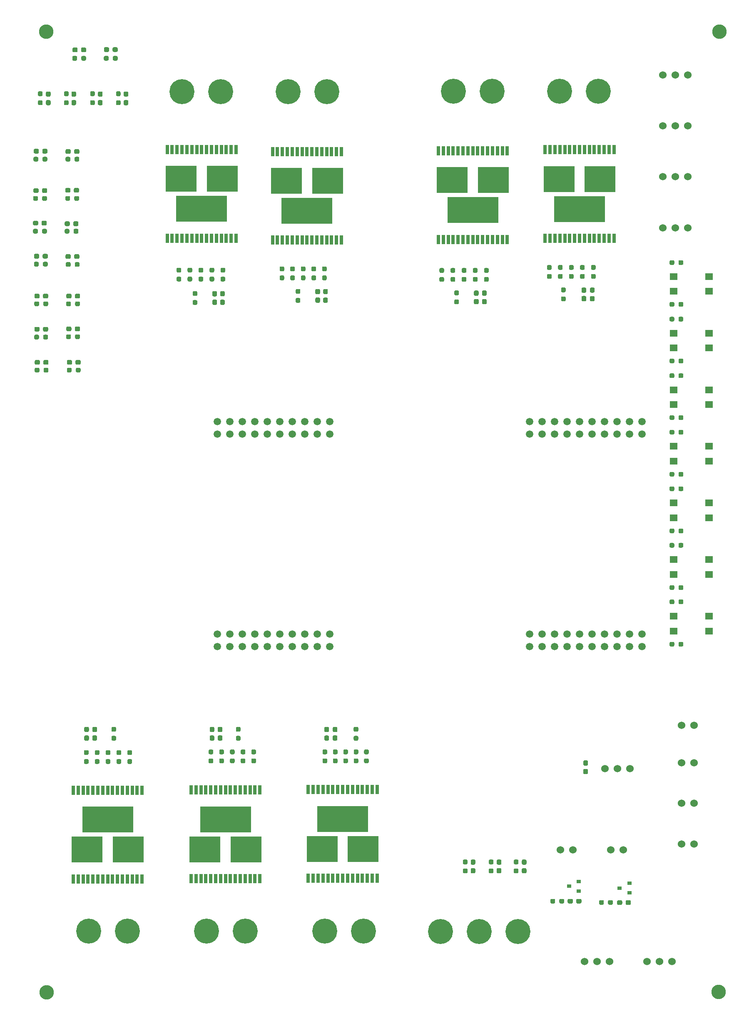
<source format=gbr>
%TF.GenerationSoftware,KiCad,Pcbnew,(5.1.12-1-g0a0a2da680)-1*%
%TF.CreationDate,2022-02-12T23:56:57-06:00*%
%TF.ProjectId,ArmBoard_Hardware,41726d42-6f61-4726-945f-486172647761,2*%
%TF.SameCoordinates,Original*%
%TF.FileFunction,Soldermask,Top*%
%TF.FilePolarity,Negative*%
%FSLAX46Y46*%
G04 Gerber Fmt 4.6, Leading zero omitted, Abs format (unit mm)*
G04 Created by KiCad (PCBNEW (5.1.12-1-g0a0a2da680)-1) date 2022-02-12 23:56:57*
%MOMM*%
%LPD*%
G01*
G04 APERTURE LIST*
%ADD10C,2.946400*%
%ADD11C,1.520000*%
%ADD12R,0.635000X1.854200*%
%ADD13R,6.223000X5.257800*%
%ADD14R,10.312400X5.257800*%
%ADD15C,5.080000*%
%ADD16R,1.600000X1.400000*%
%ADD17C,1.524000*%
%ADD18R,0.900000X0.800000*%
G04 APERTURE END LIST*
D10*
%TO.C,V4*%
X244729000Y-233273600D03*
%TD*%
%TO.C,V3*%
X108000800Y-38150800D03*
%TD*%
%TO.C,V2*%
X108056680Y-233382820D03*
%TD*%
%TO.C,V1*%
X244863620Y-38168580D03*
%TD*%
D11*
%TO.C,U1*%
X206286100Y-163093000D03*
X208826100Y-163093000D03*
X211366100Y-163093000D03*
X213906100Y-163093000D03*
X216446100Y-163093000D03*
X218986100Y-163093000D03*
X221526100Y-163093000D03*
X224066100Y-163093000D03*
X226606100Y-163093000D03*
X229146100Y-163093000D03*
X206286100Y-160553000D03*
X208826100Y-160553000D03*
X211366100Y-160553000D03*
X213906100Y-160553000D03*
X216446100Y-160553000D03*
X218986100Y-160553000D03*
X221526100Y-160553000D03*
X224066100Y-160553000D03*
X226606100Y-160553000D03*
X229146100Y-160553000D03*
X206286100Y-117373000D03*
X208826100Y-117373000D03*
X211366100Y-117373000D03*
X213906100Y-117373000D03*
X216446100Y-117373000D03*
X218986100Y-117373000D03*
X221526100Y-117373000D03*
X224066100Y-117373000D03*
X226606100Y-117373000D03*
X229146100Y-117373000D03*
X206286100Y-119913000D03*
X208826100Y-119913000D03*
X211366100Y-119913000D03*
X213906100Y-119913000D03*
X216446100Y-119913000D03*
X218986100Y-119913000D03*
X221526100Y-119913000D03*
X224066100Y-119913000D03*
X226606100Y-119913000D03*
X229146100Y-119913000D03*
X160566100Y-163093000D03*
X163106100Y-163093000D03*
X165646100Y-163093000D03*
X142786100Y-160553000D03*
X145326100Y-160553000D03*
X147866100Y-160553000D03*
X150406100Y-160553000D03*
X152946100Y-160553000D03*
X155486100Y-160553000D03*
X158026100Y-160553000D03*
X160566100Y-160553000D03*
X163106100Y-160553000D03*
X165646100Y-160553000D03*
X142786100Y-117373000D03*
X147866100Y-117373000D03*
X152946100Y-117373000D03*
X155486100Y-117373000D03*
X158026100Y-117373000D03*
X160566100Y-117373000D03*
X163106100Y-117373000D03*
X142786100Y-119913000D03*
X147866100Y-119913000D03*
X158026100Y-119913000D03*
X160566100Y-119913000D03*
X163106100Y-119913000D03*
X165646100Y-119913000D03*
X152946100Y-119913000D03*
X150406100Y-119913000D03*
X145326100Y-117373000D03*
X158026100Y-163093000D03*
X155486100Y-163093000D03*
X145326100Y-119913000D03*
X150406100Y-117373000D03*
X147866100Y-163093000D03*
X150406100Y-163093000D03*
X155486100Y-119913000D03*
X152946100Y-163093000D03*
X145326100Y-163093000D03*
X142786100Y-163093000D03*
X165646100Y-117373000D03*
%TD*%
D12*
%TO.C,MC4*%
X132606601Y-80106300D03*
X133606599Y-80106300D03*
X134606600Y-80106300D03*
X135606600Y-80106300D03*
X136606601Y-80106300D03*
X137606599Y-80106300D03*
X138606599Y-80106300D03*
X139606600Y-80106300D03*
X140606601Y-80106300D03*
X141606601Y-80106300D03*
X142606599Y-80106300D03*
X143606600Y-80106300D03*
X144606600Y-80106300D03*
X145606601Y-80106300D03*
X146606601Y-80106300D03*
X146606599Y-62097700D03*
X145606601Y-62097700D03*
X144606600Y-62097700D03*
X143606600Y-62097700D03*
X142606599Y-62097700D03*
X141606601Y-62097700D03*
X140606601Y-62097700D03*
X139606600Y-62097700D03*
X138606599Y-62097700D03*
X137606599Y-62097700D03*
X136606601Y-62097700D03*
X135606600Y-62097700D03*
X134606600Y-62097700D03*
X133606599Y-62097700D03*
X132606599Y-62097700D03*
D13*
X135441000Y-68054000D03*
D14*
X139606600Y-74150000D03*
D13*
X143772200Y-68054000D03*
%TD*%
%TO.C,D30*%
G36*
G01*
X105457800Y-62670700D02*
X105457800Y-62195700D01*
G75*
G02*
X105695300Y-61958200I237500J0D01*
G01*
X106270300Y-61958200D01*
G75*
G02*
X106507800Y-62195700I0J-237500D01*
G01*
X106507800Y-62670700D01*
G75*
G02*
X106270300Y-62908200I-237500J0D01*
G01*
X105695300Y-62908200D01*
G75*
G02*
X105457800Y-62670700I0J237500D01*
G01*
G37*
G36*
G01*
X107207800Y-62670700D02*
X107207800Y-62195700D01*
G75*
G02*
X107445300Y-61958200I237500J0D01*
G01*
X108020300Y-61958200D01*
G75*
G02*
X108257800Y-62195700I0J-237500D01*
G01*
X108257800Y-62670700D01*
G75*
G02*
X108020300Y-62908200I-237500J0D01*
G01*
X107445300Y-62908200D01*
G75*
G02*
X107207800Y-62670700I0J237500D01*
G01*
G37*
%TD*%
%TO.C,D25*%
G36*
G01*
X111934800Y-84070500D02*
X111934800Y-83595500D01*
G75*
G02*
X112172300Y-83358000I237500J0D01*
G01*
X112747300Y-83358000D01*
G75*
G02*
X112984800Y-83595500I0J-237500D01*
G01*
X112984800Y-84070500D01*
G75*
G02*
X112747300Y-84308000I-237500J0D01*
G01*
X112172300Y-84308000D01*
G75*
G02*
X111934800Y-84070500I0J237500D01*
G01*
G37*
G36*
G01*
X113684800Y-84070500D02*
X113684800Y-83595500D01*
G75*
G02*
X113922300Y-83358000I237500J0D01*
G01*
X114497300Y-83358000D01*
G75*
G02*
X114734800Y-83595500I0J-237500D01*
G01*
X114734800Y-84070500D01*
G75*
G02*
X114497300Y-84308000I-237500J0D01*
G01*
X113922300Y-84308000D01*
G75*
G02*
X113684800Y-84070500I0J237500D01*
G01*
G37*
%TD*%
%TO.C,D27*%
G36*
G01*
X105316800Y-77276500D02*
X105316800Y-76801500D01*
G75*
G02*
X105554300Y-76564000I237500J0D01*
G01*
X106129300Y-76564000D01*
G75*
G02*
X106366800Y-76801500I0J-237500D01*
G01*
X106366800Y-77276500D01*
G75*
G02*
X106129300Y-77514000I-237500J0D01*
G01*
X105554300Y-77514000D01*
G75*
G02*
X105316800Y-77276500I0J237500D01*
G01*
G37*
G36*
G01*
X107066800Y-77276500D02*
X107066800Y-76801500D01*
G75*
G02*
X107304300Y-76564000I237500J0D01*
G01*
X107879300Y-76564000D01*
G75*
G02*
X108116800Y-76801500I0J-237500D01*
G01*
X108116800Y-77276500D01*
G75*
G02*
X107879300Y-77514000I-237500J0D01*
G01*
X107304300Y-77514000D01*
G75*
G02*
X107066800Y-77276500I0J237500D01*
G01*
G37*
%TD*%
%TO.C,D31*%
G36*
G01*
X114734800Y-62259200D02*
X114734800Y-62734200D01*
G75*
G02*
X114497300Y-62971700I-237500J0D01*
G01*
X113922300Y-62971700D01*
G75*
G02*
X113684800Y-62734200I0J237500D01*
G01*
X113684800Y-62259200D01*
G75*
G02*
X113922300Y-62021700I237500J0D01*
G01*
X114497300Y-62021700D01*
G75*
G02*
X114734800Y-62259200I0J-237500D01*
G01*
G37*
G36*
G01*
X112984800Y-62259200D02*
X112984800Y-62734200D01*
G75*
G02*
X112747300Y-62971700I-237500J0D01*
G01*
X112172300Y-62971700D01*
G75*
G02*
X111934800Y-62734200I0J237500D01*
G01*
X111934800Y-62259200D01*
G75*
G02*
X112172300Y-62021700I237500J0D01*
G01*
X112747300Y-62021700D01*
G75*
G02*
X112984800Y-62259200I0J-237500D01*
G01*
G37*
%TD*%
%TO.C,D28*%
G36*
G01*
X111744300Y-77402500D02*
X111744300Y-76927500D01*
G75*
G02*
X111981800Y-76690000I237500J0D01*
G01*
X112556800Y-76690000D01*
G75*
G02*
X112794300Y-76927500I0J-237500D01*
G01*
X112794300Y-77402500D01*
G75*
G02*
X112556800Y-77640000I-237500J0D01*
G01*
X111981800Y-77640000D01*
G75*
G02*
X111744300Y-77402500I0J237500D01*
G01*
G37*
G36*
G01*
X113494300Y-77402500D02*
X113494300Y-76927500D01*
G75*
G02*
X113731800Y-76690000I237500J0D01*
G01*
X114306800Y-76690000D01*
G75*
G02*
X114544300Y-76927500I0J-237500D01*
G01*
X114544300Y-77402500D01*
G75*
G02*
X114306800Y-77640000I-237500J0D01*
G01*
X113731800Y-77640000D01*
G75*
G02*
X113494300Y-77402500I0J237500D01*
G01*
G37*
%TD*%
%TO.C,D11*%
G36*
G01*
X105408300Y-70671500D02*
X105408300Y-70196500D01*
G75*
G02*
X105645800Y-69959000I237500J0D01*
G01*
X106220800Y-69959000D01*
G75*
G02*
X106458300Y-70196500I0J-237500D01*
G01*
X106458300Y-70671500D01*
G75*
G02*
X106220800Y-70909000I-237500J0D01*
G01*
X105645800Y-70909000D01*
G75*
G02*
X105408300Y-70671500I0J237500D01*
G01*
G37*
G36*
G01*
X107158300Y-70671500D02*
X107158300Y-70196500D01*
G75*
G02*
X107395800Y-69959000I237500J0D01*
G01*
X107970800Y-69959000D01*
G75*
G02*
X108208300Y-70196500I0J-237500D01*
G01*
X108208300Y-70671500D01*
G75*
G02*
X107970800Y-70909000I-237500J0D01*
G01*
X107395800Y-70909000D01*
G75*
G02*
X107158300Y-70671500I0J237500D01*
G01*
G37*
%TD*%
%TO.C,D3*%
G36*
G01*
X112088500Y-92109500D02*
X112088500Y-91634500D01*
G75*
G02*
X112326000Y-91397000I237500J0D01*
G01*
X112901000Y-91397000D01*
G75*
G02*
X113138500Y-91634500I0J-237500D01*
G01*
X113138500Y-92109500D01*
G75*
G02*
X112901000Y-92347000I-237500J0D01*
G01*
X112326000Y-92347000D01*
G75*
G02*
X112088500Y-92109500I0J237500D01*
G01*
G37*
G36*
G01*
X113838500Y-92109500D02*
X113838500Y-91634500D01*
G75*
G02*
X114076000Y-91397000I237500J0D01*
G01*
X114651000Y-91397000D01*
G75*
G02*
X114888500Y-91634500I0J-237500D01*
G01*
X114888500Y-92109500D01*
G75*
G02*
X114651000Y-92347000I-237500J0D01*
G01*
X114076000Y-92347000D01*
G75*
G02*
X113838500Y-92109500I0J237500D01*
G01*
G37*
%TD*%
%TO.C,D8*%
G36*
G01*
X105661000Y-105571500D02*
X105661000Y-105096500D01*
G75*
G02*
X105898500Y-104859000I237500J0D01*
G01*
X106473500Y-104859000D01*
G75*
G02*
X106711000Y-105096500I0J-237500D01*
G01*
X106711000Y-105571500D01*
G75*
G02*
X106473500Y-105809000I-237500J0D01*
G01*
X105898500Y-105809000D01*
G75*
G02*
X105661000Y-105571500I0J237500D01*
G01*
G37*
G36*
G01*
X107411000Y-105571500D02*
X107411000Y-105096500D01*
G75*
G02*
X107648500Y-104859000I237500J0D01*
G01*
X108223500Y-104859000D01*
G75*
G02*
X108461000Y-105096500I0J-237500D01*
G01*
X108461000Y-105571500D01*
G75*
G02*
X108223500Y-105809000I-237500J0D01*
G01*
X107648500Y-105809000D01*
G75*
G02*
X107411000Y-105571500I0J237500D01*
G01*
G37*
%TD*%
%TO.C,D9*%
G36*
G01*
X112201500Y-105571500D02*
X112201500Y-105096500D01*
G75*
G02*
X112439000Y-104859000I237500J0D01*
G01*
X113014000Y-104859000D01*
G75*
G02*
X113251500Y-105096500I0J-237500D01*
G01*
X113251500Y-105571500D01*
G75*
G02*
X113014000Y-105809000I-237500J0D01*
G01*
X112439000Y-105809000D01*
G75*
G02*
X112201500Y-105571500I0J237500D01*
G01*
G37*
G36*
G01*
X113951500Y-105571500D02*
X113951500Y-105096500D01*
G75*
G02*
X114189000Y-104859000I237500J0D01*
G01*
X114764000Y-104859000D01*
G75*
G02*
X115001500Y-105096500I0J-237500D01*
G01*
X115001500Y-105571500D01*
G75*
G02*
X114764000Y-105809000I-237500J0D01*
G01*
X114189000Y-105809000D01*
G75*
G02*
X113951500Y-105571500I0J237500D01*
G01*
G37*
%TD*%
%TO.C,D6*%
G36*
G01*
X112074500Y-98776500D02*
X112074500Y-98301500D01*
G75*
G02*
X112312000Y-98064000I237500J0D01*
G01*
X112887000Y-98064000D01*
G75*
G02*
X113124500Y-98301500I0J-237500D01*
G01*
X113124500Y-98776500D01*
G75*
G02*
X112887000Y-99014000I-237500J0D01*
G01*
X112312000Y-99014000D01*
G75*
G02*
X112074500Y-98776500I0J237500D01*
G01*
G37*
G36*
G01*
X113824500Y-98776500D02*
X113824500Y-98301500D01*
G75*
G02*
X114062000Y-98064000I237500J0D01*
G01*
X114637000Y-98064000D01*
G75*
G02*
X114874500Y-98301500I0J-237500D01*
G01*
X114874500Y-98776500D01*
G75*
G02*
X114637000Y-99014000I-237500J0D01*
G01*
X114062000Y-99014000D01*
G75*
G02*
X113824500Y-98776500I0J237500D01*
G01*
G37*
%TD*%
%TO.C,D12*%
G36*
G01*
X111871300Y-70608500D02*
X111871300Y-70133500D01*
G75*
G02*
X112108800Y-69896000I237500J0D01*
G01*
X112683800Y-69896000D01*
G75*
G02*
X112921300Y-70133500I0J-237500D01*
G01*
X112921300Y-70608500D01*
G75*
G02*
X112683800Y-70846000I-237500J0D01*
G01*
X112108800Y-70846000D01*
G75*
G02*
X111871300Y-70608500I0J237500D01*
G01*
G37*
G36*
G01*
X113621300Y-70608500D02*
X113621300Y-70133500D01*
G75*
G02*
X113858800Y-69896000I237500J0D01*
G01*
X114433800Y-69896000D01*
G75*
G02*
X114671300Y-70133500I0J-237500D01*
G01*
X114671300Y-70608500D01*
G75*
G02*
X114433800Y-70846000I-237500J0D01*
G01*
X113858800Y-70846000D01*
G75*
G02*
X113621300Y-70608500I0J237500D01*
G01*
G37*
%TD*%
%TO.C,D14*%
G36*
G01*
X105521300Y-84006500D02*
X105521300Y-83531500D01*
G75*
G02*
X105758800Y-83294000I237500J0D01*
G01*
X106333800Y-83294000D01*
G75*
G02*
X106571300Y-83531500I0J-237500D01*
G01*
X106571300Y-84006500D01*
G75*
G02*
X106333800Y-84244000I-237500J0D01*
G01*
X105758800Y-84244000D01*
G75*
G02*
X105521300Y-84006500I0J237500D01*
G01*
G37*
G36*
G01*
X107271300Y-84006500D02*
X107271300Y-83531500D01*
G75*
G02*
X107508800Y-83294000I237500J0D01*
G01*
X108083800Y-83294000D01*
G75*
G02*
X108321300Y-83531500I0J-237500D01*
G01*
X108321300Y-84006500D01*
G75*
G02*
X108083800Y-84244000I-237500J0D01*
G01*
X107508800Y-84244000D01*
G75*
G02*
X107271300Y-84006500I0J237500D01*
G01*
G37*
%TD*%
%TO.C,R7*%
G36*
G01*
X105345300Y-72259500D02*
X105345300Y-71784500D01*
G75*
G02*
X105582800Y-71547000I237500J0D01*
G01*
X106082800Y-71547000D01*
G75*
G02*
X106320300Y-71784500I0J-237500D01*
G01*
X106320300Y-72259500D01*
G75*
G02*
X106082800Y-72497000I-237500J0D01*
G01*
X105582800Y-72497000D01*
G75*
G02*
X105345300Y-72259500I0J237500D01*
G01*
G37*
G36*
G01*
X107170300Y-72259500D02*
X107170300Y-71784500D01*
G75*
G02*
X107407800Y-71547000I237500J0D01*
G01*
X107907800Y-71547000D01*
G75*
G02*
X108145300Y-71784500I0J-237500D01*
G01*
X108145300Y-72259500D01*
G75*
G02*
X107907800Y-72497000I-237500J0D01*
G01*
X107407800Y-72497000D01*
G75*
G02*
X107170300Y-72259500I0J237500D01*
G01*
G37*
%TD*%
%TO.C,R11*%
G36*
G01*
X105330800Y-78926500D02*
X105330800Y-78451500D01*
G75*
G02*
X105568300Y-78214000I237500J0D01*
G01*
X106068300Y-78214000D01*
G75*
G02*
X106305800Y-78451500I0J-237500D01*
G01*
X106305800Y-78926500D01*
G75*
G02*
X106068300Y-79164000I-237500J0D01*
G01*
X105568300Y-79164000D01*
G75*
G02*
X105330800Y-78926500I0J237500D01*
G01*
G37*
G36*
G01*
X107155800Y-78926500D02*
X107155800Y-78451500D01*
G75*
G02*
X107393300Y-78214000I237500J0D01*
G01*
X107893300Y-78214000D01*
G75*
G02*
X108130800Y-78451500I0J-237500D01*
G01*
X108130800Y-78926500D01*
G75*
G02*
X107893300Y-79164000I-237500J0D01*
G01*
X107393300Y-79164000D01*
G75*
G02*
X107155800Y-78926500I0J237500D01*
G01*
G37*
%TD*%
%TO.C,R13*%
G36*
G01*
X107239800Y-64282600D02*
X107239800Y-63807600D01*
G75*
G02*
X107477300Y-63570100I237500J0D01*
G01*
X107977300Y-63570100D01*
G75*
G02*
X108214800Y-63807600I0J-237500D01*
G01*
X108214800Y-64282600D01*
G75*
G02*
X107977300Y-64520100I-237500J0D01*
G01*
X107477300Y-64520100D01*
G75*
G02*
X107239800Y-64282600I0J237500D01*
G01*
G37*
G36*
G01*
X105414800Y-64282600D02*
X105414800Y-63807600D01*
G75*
G02*
X105652300Y-63570100I237500J0D01*
G01*
X106152300Y-63570100D01*
G75*
G02*
X106389800Y-63807600I0J-237500D01*
G01*
X106389800Y-64282600D01*
G75*
G02*
X106152300Y-64520100I-237500J0D01*
G01*
X105652300Y-64520100D01*
G75*
G02*
X105414800Y-64282600I0J237500D01*
G01*
G37*
%TD*%
%TO.C,R8*%
G36*
G01*
X111885800Y-72259500D02*
X111885800Y-71784500D01*
G75*
G02*
X112123300Y-71547000I237500J0D01*
G01*
X112623300Y-71547000D01*
G75*
G02*
X112860800Y-71784500I0J-237500D01*
G01*
X112860800Y-72259500D01*
G75*
G02*
X112623300Y-72497000I-237500J0D01*
G01*
X112123300Y-72497000D01*
G75*
G02*
X111885800Y-72259500I0J237500D01*
G01*
G37*
G36*
G01*
X113710800Y-72259500D02*
X113710800Y-71784500D01*
G75*
G02*
X113948300Y-71547000I237500J0D01*
G01*
X114448300Y-71547000D01*
G75*
G02*
X114685800Y-71784500I0J-237500D01*
G01*
X114685800Y-72259500D01*
G75*
G02*
X114448300Y-72497000I-237500J0D01*
G01*
X113948300Y-72497000D01*
G75*
G02*
X113710800Y-72259500I0J237500D01*
G01*
G37*
%TD*%
%TO.C,R14*%
G36*
G01*
X111929900Y-64289900D02*
X111929900Y-63814900D01*
G75*
G02*
X112167400Y-63577400I237500J0D01*
G01*
X112667400Y-63577400D01*
G75*
G02*
X112904900Y-63814900I0J-237500D01*
G01*
X112904900Y-64289900D01*
G75*
G02*
X112667400Y-64527400I-237500J0D01*
G01*
X112167400Y-64527400D01*
G75*
G02*
X111929900Y-64289900I0J237500D01*
G01*
G37*
G36*
G01*
X113754900Y-64289900D02*
X113754900Y-63814900D01*
G75*
G02*
X113992400Y-63577400I237500J0D01*
G01*
X114492400Y-63577400D01*
G75*
G02*
X114729900Y-63814900I0J-237500D01*
G01*
X114729900Y-64289900D01*
G75*
G02*
X114492400Y-64527400I-237500J0D01*
G01*
X113992400Y-64527400D01*
G75*
G02*
X113754900Y-64289900I0J237500D01*
G01*
G37*
%TD*%
%TO.C,R3*%
G36*
G01*
X105561200Y-100442500D02*
X105561200Y-99967500D01*
G75*
G02*
X105798700Y-99730000I237500J0D01*
G01*
X106298700Y-99730000D01*
G75*
G02*
X106536200Y-99967500I0J-237500D01*
G01*
X106536200Y-100442500D01*
G75*
G02*
X106298700Y-100680000I-237500J0D01*
G01*
X105798700Y-100680000D01*
G75*
G02*
X105561200Y-100442500I0J237500D01*
G01*
G37*
G36*
G01*
X107386200Y-100442500D02*
X107386200Y-99967500D01*
G75*
G02*
X107623700Y-99730000I237500J0D01*
G01*
X108123700Y-99730000D01*
G75*
G02*
X108361200Y-99967500I0J-237500D01*
G01*
X108361200Y-100442500D01*
G75*
G02*
X108123700Y-100680000I-237500J0D01*
G01*
X107623700Y-100680000D01*
G75*
G02*
X107386200Y-100442500I0J237500D01*
G01*
G37*
%TD*%
%TO.C,D5*%
G36*
G01*
X105597500Y-98840500D02*
X105597500Y-98365500D01*
G75*
G02*
X105835000Y-98128000I237500J0D01*
G01*
X106410000Y-98128000D01*
G75*
G02*
X106647500Y-98365500I0J-237500D01*
G01*
X106647500Y-98840500D01*
G75*
G02*
X106410000Y-99078000I-237500J0D01*
G01*
X105835000Y-99078000D01*
G75*
G02*
X105597500Y-98840500I0J237500D01*
G01*
G37*
G36*
G01*
X107347500Y-98840500D02*
X107347500Y-98365500D01*
G75*
G02*
X107585000Y-98128000I237500J0D01*
G01*
X108160000Y-98128000D01*
G75*
G02*
X108397500Y-98365500I0J-237500D01*
G01*
X108397500Y-98840500D01*
G75*
G02*
X108160000Y-99078000I-237500J0D01*
G01*
X107585000Y-99078000D01*
G75*
G02*
X107347500Y-98840500I0J237500D01*
G01*
G37*
%TD*%
%TO.C,D2*%
G36*
G01*
X105597500Y-92109500D02*
X105597500Y-91634500D01*
G75*
G02*
X105835000Y-91397000I237500J0D01*
G01*
X106410000Y-91397000D01*
G75*
G02*
X106647500Y-91634500I0J-237500D01*
G01*
X106647500Y-92109500D01*
G75*
G02*
X106410000Y-92347000I-237500J0D01*
G01*
X105835000Y-92347000D01*
G75*
G02*
X105597500Y-92109500I0J237500D01*
G01*
G37*
G36*
G01*
X107347500Y-92109500D02*
X107347500Y-91634500D01*
G75*
G02*
X107585000Y-91397000I237500J0D01*
G01*
X108160000Y-91397000D01*
G75*
G02*
X108397500Y-91634500I0J-237500D01*
G01*
X108397500Y-92109500D01*
G75*
G02*
X108160000Y-92347000I-237500J0D01*
G01*
X107585000Y-92347000D01*
G75*
G02*
X107347500Y-92109500I0J237500D01*
G01*
G37*
%TD*%
%TO.C,R2*%
G36*
G01*
X112058400Y-93690500D02*
X112058400Y-93215500D01*
G75*
G02*
X112295900Y-92978000I237500J0D01*
G01*
X112795900Y-92978000D01*
G75*
G02*
X113033400Y-93215500I0J-237500D01*
G01*
X113033400Y-93690500D01*
G75*
G02*
X112795900Y-93928000I-237500J0D01*
G01*
X112295900Y-93928000D01*
G75*
G02*
X112058400Y-93690500I0J237500D01*
G01*
G37*
G36*
G01*
X113883400Y-93690500D02*
X113883400Y-93215500D01*
G75*
G02*
X114120900Y-92978000I237500J0D01*
G01*
X114620900Y-92978000D01*
G75*
G02*
X114858400Y-93215500I0J-237500D01*
G01*
X114858400Y-93690500D01*
G75*
G02*
X114620900Y-93928000I-237500J0D01*
G01*
X114120900Y-93928000D01*
G75*
G02*
X113883400Y-93690500I0J237500D01*
G01*
G37*
%TD*%
%TO.C,R9*%
G36*
G01*
X105503700Y-85617500D02*
X105503700Y-85142500D01*
G75*
G02*
X105741200Y-84905000I237500J0D01*
G01*
X106241200Y-84905000D01*
G75*
G02*
X106478700Y-85142500I0J-237500D01*
G01*
X106478700Y-85617500D01*
G75*
G02*
X106241200Y-85855000I-237500J0D01*
G01*
X105741200Y-85855000D01*
G75*
G02*
X105503700Y-85617500I0J237500D01*
G01*
G37*
G36*
G01*
X107328700Y-85617500D02*
X107328700Y-85142500D01*
G75*
G02*
X107566200Y-84905000I237500J0D01*
G01*
X108066200Y-84905000D01*
G75*
G02*
X108303700Y-85142500I0J-237500D01*
G01*
X108303700Y-85617500D01*
G75*
G02*
X108066200Y-85855000I-237500J0D01*
G01*
X107566200Y-85855000D01*
G75*
G02*
X107328700Y-85617500I0J237500D01*
G01*
G37*
%TD*%
%TO.C,R4*%
G36*
G01*
X112050900Y-100365500D02*
X112050900Y-99890500D01*
G75*
G02*
X112288400Y-99653000I237500J0D01*
G01*
X112788400Y-99653000D01*
G75*
G02*
X113025900Y-99890500I0J-237500D01*
G01*
X113025900Y-100365500D01*
G75*
G02*
X112788400Y-100603000I-237500J0D01*
G01*
X112288400Y-100603000D01*
G75*
G02*
X112050900Y-100365500I0J237500D01*
G01*
G37*
G36*
G01*
X113875900Y-100365500D02*
X113875900Y-99890500D01*
G75*
G02*
X114113400Y-99653000I237500J0D01*
G01*
X114613400Y-99653000D01*
G75*
G02*
X114850900Y-99890500I0J-237500D01*
G01*
X114850900Y-100365500D01*
G75*
G02*
X114613400Y-100603000I-237500J0D01*
G01*
X114113400Y-100603000D01*
G75*
G02*
X113875900Y-100365500I0J237500D01*
G01*
G37*
%TD*%
%TO.C,R1*%
G36*
G01*
X105581400Y-93681500D02*
X105581400Y-93206500D01*
G75*
G02*
X105818900Y-92969000I237500J0D01*
G01*
X106318900Y-92969000D01*
G75*
G02*
X106556400Y-93206500I0J-237500D01*
G01*
X106556400Y-93681500D01*
G75*
G02*
X106318900Y-93919000I-237500J0D01*
G01*
X105818900Y-93919000D01*
G75*
G02*
X105581400Y-93681500I0J237500D01*
G01*
G37*
G36*
G01*
X107406400Y-93681500D02*
X107406400Y-93206500D01*
G75*
G02*
X107643900Y-92969000I237500J0D01*
G01*
X108143900Y-92969000D01*
G75*
G02*
X108381400Y-93206500I0J-237500D01*
G01*
X108381400Y-93681500D01*
G75*
G02*
X108143900Y-93919000I-237500J0D01*
G01*
X107643900Y-93919000D01*
G75*
G02*
X107406400Y-93681500I0J237500D01*
G01*
G37*
%TD*%
%TO.C,R6*%
G36*
G01*
X112192000Y-107156500D02*
X112192000Y-106681500D01*
G75*
G02*
X112429500Y-106444000I237500J0D01*
G01*
X112929500Y-106444000D01*
G75*
G02*
X113167000Y-106681500I0J-237500D01*
G01*
X113167000Y-107156500D01*
G75*
G02*
X112929500Y-107394000I-237500J0D01*
G01*
X112429500Y-107394000D01*
G75*
G02*
X112192000Y-107156500I0J237500D01*
G01*
G37*
G36*
G01*
X114017000Y-107156500D02*
X114017000Y-106681500D01*
G75*
G02*
X114254500Y-106444000I237500J0D01*
G01*
X114754500Y-106444000D01*
G75*
G02*
X114992000Y-106681500I0J-237500D01*
G01*
X114992000Y-107156500D01*
G75*
G02*
X114754500Y-107394000I-237500J0D01*
G01*
X114254500Y-107394000D01*
G75*
G02*
X114017000Y-107156500I0J237500D01*
G01*
G37*
%TD*%
%TO.C,R10*%
G36*
G01*
X111980700Y-85680500D02*
X111980700Y-85205500D01*
G75*
G02*
X112218200Y-84968000I237500J0D01*
G01*
X112718200Y-84968000D01*
G75*
G02*
X112955700Y-85205500I0J-237500D01*
G01*
X112955700Y-85680500D01*
G75*
G02*
X112718200Y-85918000I-237500J0D01*
G01*
X112218200Y-85918000D01*
G75*
G02*
X111980700Y-85680500I0J237500D01*
G01*
G37*
G36*
G01*
X113805700Y-85680500D02*
X113805700Y-85205500D01*
G75*
G02*
X114043200Y-84968000I237500J0D01*
G01*
X114543200Y-84968000D01*
G75*
G02*
X114780700Y-85205500I0J-237500D01*
G01*
X114780700Y-85680500D01*
G75*
G02*
X114543200Y-85918000I-237500J0D01*
G01*
X114043200Y-85918000D01*
G75*
G02*
X113805700Y-85680500I0J237500D01*
G01*
G37*
%TD*%
%TO.C,R5*%
G36*
G01*
X105651500Y-107156500D02*
X105651500Y-106681500D01*
G75*
G02*
X105889000Y-106444000I237500J0D01*
G01*
X106389000Y-106444000D01*
G75*
G02*
X106626500Y-106681500I0J-237500D01*
G01*
X106626500Y-107156500D01*
G75*
G02*
X106389000Y-107394000I-237500J0D01*
G01*
X105889000Y-107394000D01*
G75*
G02*
X105651500Y-107156500I0J237500D01*
G01*
G37*
G36*
G01*
X107476500Y-107156500D02*
X107476500Y-106681500D01*
G75*
G02*
X107714000Y-106444000I237500J0D01*
G01*
X108214000Y-106444000D01*
G75*
G02*
X108451500Y-106681500I0J-237500D01*
G01*
X108451500Y-107156500D01*
G75*
G02*
X108214000Y-107394000I-237500J0D01*
G01*
X107714000Y-107394000D01*
G75*
G02*
X107476500Y-107156500I0J237500D01*
G01*
G37*
%TD*%
%TO.C,R12*%
G36*
G01*
X111744300Y-78926500D02*
X111744300Y-78451500D01*
G75*
G02*
X111981800Y-78214000I237500J0D01*
G01*
X112481800Y-78214000D01*
G75*
G02*
X112719300Y-78451500I0J-237500D01*
G01*
X112719300Y-78926500D01*
G75*
G02*
X112481800Y-79164000I-237500J0D01*
G01*
X111981800Y-79164000D01*
G75*
G02*
X111744300Y-78926500I0J237500D01*
G01*
G37*
G36*
G01*
X113569300Y-78926500D02*
X113569300Y-78451500D01*
G75*
G02*
X113806800Y-78214000I237500J0D01*
G01*
X114306800Y-78214000D01*
G75*
G02*
X114544300Y-78451500I0J-237500D01*
G01*
X114544300Y-78926500D01*
G75*
G02*
X114306800Y-79164000I-237500J0D01*
G01*
X113806800Y-79164000D01*
G75*
G02*
X113569300Y-78926500I0J237500D01*
G01*
G37*
%TD*%
D15*
%TO.C,PowerConn1*%
X203962100Y-221018000D03*
X196088100Y-221018000D03*
X188214100Y-221018000D03*
%TD*%
%TO.C,Conn7*%
X220307100Y-50228500D03*
X212433100Y-50228500D03*
%TD*%
%TO.C,Conn6*%
X198704100Y-50228500D03*
X190830100Y-50228500D03*
%TD*%
%TO.C,Conn5*%
X165074100Y-50355500D03*
X157200100Y-50355500D03*
%TD*%
%TO.C,Conn4*%
X143471900Y-50355500D03*
X135597900Y-50355500D03*
%TD*%
%TO.C,Conn3*%
X124472700Y-220890600D03*
X116598700Y-220890600D03*
%TD*%
%TO.C,Conn2*%
X148475700Y-220890600D03*
X140601700Y-220890600D03*
%TD*%
%TO.C,Conn1*%
X172479100Y-220890600D03*
X164605100Y-220890600D03*
%TD*%
D16*
%TO.C,SW7*%
X235554100Y-125413000D03*
X242754100Y-125413000D03*
X235554100Y-122413000D03*
X242754100Y-122413000D03*
%TD*%
%TO.C,SW6*%
X235554100Y-113907000D03*
X242754100Y-113907000D03*
X235554100Y-110907000D03*
X242754100Y-110907000D03*
%TD*%
%TO.C,SW5*%
X235554100Y-90895000D03*
X242754100Y-90895000D03*
X235554100Y-87895000D03*
X242754100Y-87895000D03*
%TD*%
%TO.C,SW4*%
X235554100Y-102401000D03*
X242754100Y-102401000D03*
X235554100Y-99401000D03*
X242754100Y-99401000D03*
%TD*%
%TO.C,SW3*%
X235554100Y-136920000D03*
X242754100Y-136920000D03*
X235554100Y-133920000D03*
X242754100Y-133920000D03*
%TD*%
%TO.C,SW2*%
X235554100Y-148426000D03*
X242754100Y-148426000D03*
X235554100Y-145426000D03*
X242754100Y-145426000D03*
%TD*%
%TO.C,SW1*%
X235554100Y-159932000D03*
X242754100Y-159932000D03*
X235554100Y-156932000D03*
X242754100Y-156932000D03*
%TD*%
D12*
%TO.C,MC6*%
X187754101Y-80360300D03*
X188754099Y-80360300D03*
X189754100Y-80360300D03*
X190754100Y-80360300D03*
X191754101Y-80360300D03*
X192754099Y-80360300D03*
X193754099Y-80360300D03*
X194754100Y-80360300D03*
X195754101Y-80360300D03*
X196754101Y-80360300D03*
X197754099Y-80360300D03*
X198754100Y-80360300D03*
X199754100Y-80360300D03*
X200754101Y-80360300D03*
X201754101Y-80360300D03*
X201754099Y-62351700D03*
X200754101Y-62351700D03*
X199754100Y-62351700D03*
X198754100Y-62351700D03*
X197754099Y-62351700D03*
X196754101Y-62351700D03*
X195754101Y-62351700D03*
X194754100Y-62351700D03*
X193754099Y-62351700D03*
X192754099Y-62351700D03*
X191754101Y-62351700D03*
X190754100Y-62351700D03*
X189754100Y-62351700D03*
X188754099Y-62351700D03*
X187754099Y-62351700D03*
D13*
X190588500Y-68308000D03*
D14*
X194754100Y-74404000D03*
D13*
X198919700Y-68308000D03*
%TD*%
D12*
%TO.C,MC7*%
X209453101Y-80120300D03*
X210453099Y-80120300D03*
X211453100Y-80120300D03*
X212453100Y-80120300D03*
X213453101Y-80120300D03*
X214453099Y-80120300D03*
X215453099Y-80120300D03*
X216453100Y-80120300D03*
X217453101Y-80120300D03*
X218453101Y-80120300D03*
X219453099Y-80120300D03*
X220453100Y-80120300D03*
X221453100Y-80120300D03*
X222453101Y-80120300D03*
X223453101Y-80120300D03*
X223453099Y-62111700D03*
X222453101Y-62111700D03*
X221453100Y-62111700D03*
X220453100Y-62111700D03*
X219453099Y-62111700D03*
X218453101Y-62111700D03*
X217453101Y-62111700D03*
X216453100Y-62111700D03*
X215453099Y-62111700D03*
X214453099Y-62111700D03*
X213453101Y-62111700D03*
X212453100Y-62111700D03*
X211453100Y-62111700D03*
X210453099Y-62111700D03*
X209453099Y-62111700D03*
D13*
X212287500Y-68068000D03*
D14*
X216453100Y-74164000D03*
D13*
X220618700Y-68068000D03*
%TD*%
D12*
%TO.C,MC5*%
X154027301Y-80487300D03*
X155027299Y-80487300D03*
X156027300Y-80487300D03*
X157027300Y-80487300D03*
X158027301Y-80487300D03*
X159027299Y-80487300D03*
X160027299Y-80487300D03*
X161027300Y-80487300D03*
X162027301Y-80487300D03*
X163027301Y-80487300D03*
X164027299Y-80487300D03*
X165027300Y-80487300D03*
X166027300Y-80487300D03*
X167027301Y-80487300D03*
X168027301Y-80487300D03*
X168027299Y-62478700D03*
X167027301Y-62478700D03*
X166027300Y-62478700D03*
X165027300Y-62478700D03*
X164027299Y-62478700D03*
X163027301Y-62478700D03*
X162027301Y-62478700D03*
X161027300Y-62478700D03*
X160027299Y-62478700D03*
X159027299Y-62478700D03*
X158027301Y-62478700D03*
X157027300Y-62478700D03*
X156027300Y-62478700D03*
X155027299Y-62478700D03*
X154027299Y-62478700D03*
D13*
X156861700Y-68435000D03*
D14*
X161027300Y-74531000D03*
D13*
X165192900Y-68435000D03*
%TD*%
%TO.C,MC3*%
X116332200Y-204361000D03*
D14*
X120497800Y-198265000D03*
D13*
X124663400Y-204361000D03*
D12*
X127497801Y-210317300D03*
X126497801Y-210317300D03*
X125497800Y-210317300D03*
X124497800Y-210317300D03*
X123497799Y-210317300D03*
X122497801Y-210317300D03*
X121497801Y-210317300D03*
X120497800Y-210317300D03*
X119497799Y-210317300D03*
X118497799Y-210317300D03*
X117497801Y-210317300D03*
X116497800Y-210317300D03*
X115497800Y-210317300D03*
X114497799Y-210317300D03*
X113497801Y-210317300D03*
X113497799Y-192308700D03*
X114497799Y-192308700D03*
X115497800Y-192308700D03*
X116497800Y-192308700D03*
X117497801Y-192308700D03*
X118497799Y-192308700D03*
X119497799Y-192308700D03*
X120497800Y-192308700D03*
X121497801Y-192308700D03*
X122497801Y-192308700D03*
X123497799Y-192308700D03*
X124497800Y-192308700D03*
X125497800Y-192308700D03*
X126497801Y-192308700D03*
X127497799Y-192308700D03*
%TD*%
D13*
%TO.C,MC2*%
X140292900Y-204297000D03*
D14*
X144458500Y-198201000D03*
D13*
X148624100Y-204297000D03*
D12*
X151458501Y-210253300D03*
X150458501Y-210253300D03*
X149458500Y-210253300D03*
X148458500Y-210253300D03*
X147458499Y-210253300D03*
X146458501Y-210253300D03*
X145458501Y-210253300D03*
X144458500Y-210253300D03*
X143458499Y-210253300D03*
X142458499Y-210253300D03*
X141458501Y-210253300D03*
X140458500Y-210253300D03*
X139458500Y-210253300D03*
X138458499Y-210253300D03*
X137458501Y-210253300D03*
X137458499Y-192244700D03*
X138458499Y-192244700D03*
X139458500Y-192244700D03*
X140458500Y-192244700D03*
X141458501Y-192244700D03*
X142458499Y-192244700D03*
X143458499Y-192244700D03*
X144458500Y-192244700D03*
X145458501Y-192244700D03*
X146458501Y-192244700D03*
X147458499Y-192244700D03*
X148458500Y-192244700D03*
X149458500Y-192244700D03*
X150458501Y-192244700D03*
X151458499Y-192244700D03*
%TD*%
D13*
%TO.C,MC1*%
X164126500Y-204233000D03*
D14*
X168292100Y-198137000D03*
D13*
X172457700Y-204233000D03*
D12*
X175292101Y-210189300D03*
X174292101Y-210189300D03*
X173292100Y-210189300D03*
X172292100Y-210189300D03*
X171292099Y-210189300D03*
X170292101Y-210189300D03*
X169292101Y-210189300D03*
X168292100Y-210189300D03*
X167292099Y-210189300D03*
X166292099Y-210189300D03*
X165292101Y-210189300D03*
X164292100Y-210189300D03*
X163292100Y-210189300D03*
X162292099Y-210189300D03*
X161292101Y-210189300D03*
X161292099Y-192180700D03*
X162292099Y-192180700D03*
X163292100Y-192180700D03*
X164292100Y-192180700D03*
X165292101Y-192180700D03*
X166292099Y-192180700D03*
X167292099Y-192180700D03*
X168292100Y-192180700D03*
X169292101Y-192180700D03*
X170292101Y-192180700D03*
X171292099Y-192180700D03*
X172292100Y-192180700D03*
X173292100Y-192180700D03*
X174292101Y-192180700D03*
X175292099Y-192180700D03*
%TD*%
D17*
%TO.C,Conn20*%
X237185200Y-179095400D03*
X239725200Y-179095400D03*
%TD*%
%TO.C,Conn19*%
X222796000Y-204381300D03*
X225336000Y-204381300D03*
%TD*%
%TO.C,Conn18*%
X233413100Y-46926500D03*
X235953100Y-46926500D03*
X238493100Y-46926500D03*
%TD*%
%TO.C,Conn17*%
X233413100Y-57281200D03*
X235953100Y-57281200D03*
X238493100Y-57281200D03*
%TD*%
%TO.C,Conn16*%
X237185200Y-186715400D03*
X239725200Y-186715400D03*
%TD*%
%TO.C,Conn14*%
X233413100Y-67636000D03*
X235953100Y-67636000D03*
X238493100Y-67636000D03*
%TD*%
%TO.C,Conn13*%
X233413100Y-77991000D03*
X235953100Y-77991000D03*
X238493100Y-77991000D03*
%TD*%
%TO.C,Conn12*%
X237185200Y-194970400D03*
X239725200Y-194970400D03*
%TD*%
%TO.C,Conn11*%
X237185200Y-203225400D03*
X239725200Y-203225400D03*
%TD*%
%TO.C,Conn10*%
X230175100Y-227140000D03*
X232715100Y-227140000D03*
X235255100Y-227140000D03*
%TD*%
%TO.C,Conn9*%
X217475100Y-227140000D03*
X220015100Y-227140000D03*
X222555100Y-227140000D03*
%TD*%
%TO.C,OKI 3.3*%
X221640900Y-187935100D03*
X224180900Y-187935100D03*
X226720900Y-187935100D03*
%TD*%
%TO.C,D29*%
G36*
G01*
X196866600Y-92488000D02*
X197341600Y-92488000D01*
G75*
G02*
X197579100Y-92725500I0J-237500D01*
G01*
X197579100Y-93300500D01*
G75*
G02*
X197341600Y-93538000I-237500J0D01*
G01*
X196866600Y-93538000D01*
G75*
G02*
X196629100Y-93300500I0J237500D01*
G01*
X196629100Y-92725500D01*
G75*
G02*
X196866600Y-92488000I237500J0D01*
G01*
G37*
G36*
G01*
X196866600Y-90738000D02*
X197341600Y-90738000D01*
G75*
G02*
X197579100Y-90975500I0J-237500D01*
G01*
X197579100Y-91550500D01*
G75*
G02*
X197341600Y-91788000I-237500J0D01*
G01*
X196866600Y-91788000D01*
G75*
G02*
X196629100Y-91550500I0J237500D01*
G01*
X196629100Y-90975500D01*
G75*
G02*
X196866600Y-90738000I237500J0D01*
G01*
G37*
%TD*%
%TO.C,D26*%
G36*
G01*
X164557600Y-90434000D02*
X165032600Y-90434000D01*
G75*
G02*
X165270100Y-90671500I0J-237500D01*
G01*
X165270100Y-91246500D01*
G75*
G02*
X165032600Y-91484000I-237500J0D01*
G01*
X164557600Y-91484000D01*
G75*
G02*
X164320100Y-91246500I0J237500D01*
G01*
X164320100Y-90671500D01*
G75*
G02*
X164557600Y-90434000I237500J0D01*
G01*
G37*
G36*
G01*
X164557600Y-92184000D02*
X165032600Y-92184000D01*
G75*
G02*
X165270100Y-92421500I0J-237500D01*
G01*
X165270100Y-92996500D01*
G75*
G02*
X165032600Y-93234000I-237500J0D01*
G01*
X164557600Y-93234000D01*
G75*
G02*
X164320100Y-92996500I0J237500D01*
G01*
X164320100Y-92421500D01*
G75*
G02*
X164557600Y-92184000I237500J0D01*
G01*
G37*
%TD*%
%TO.C,D13*%
G36*
G01*
X143602700Y-92616000D02*
X144077700Y-92616000D01*
G75*
G02*
X144315200Y-92853500I0J-237500D01*
G01*
X144315200Y-93428500D01*
G75*
G02*
X144077700Y-93666000I-237500J0D01*
G01*
X143602700Y-93666000D01*
G75*
G02*
X143365200Y-93428500I0J237500D01*
G01*
X143365200Y-92853500D01*
G75*
G02*
X143602700Y-92616000I237500J0D01*
G01*
G37*
G36*
G01*
X143602700Y-90866000D02*
X144077700Y-90866000D01*
G75*
G02*
X144315200Y-91103500I0J-237500D01*
G01*
X144315200Y-91678500D01*
G75*
G02*
X144077700Y-91916000I-237500J0D01*
G01*
X143602700Y-91916000D01*
G75*
G02*
X143365200Y-91678500I0J237500D01*
G01*
X143365200Y-91103500D01*
G75*
G02*
X143602700Y-90866000I237500J0D01*
G01*
G37*
%TD*%
%TO.C,D10*%
G36*
G01*
X218811600Y-91879000D02*
X219286600Y-91879000D01*
G75*
G02*
X219524100Y-92116500I0J-237500D01*
G01*
X219524100Y-92691500D01*
G75*
G02*
X219286600Y-92929000I-237500J0D01*
G01*
X218811600Y-92929000D01*
G75*
G02*
X218574100Y-92691500I0J237500D01*
G01*
X218574100Y-92116500D01*
G75*
G02*
X218811600Y-91879000I237500J0D01*
G01*
G37*
G36*
G01*
X218811600Y-90129000D02*
X219286600Y-90129000D01*
G75*
G02*
X219524100Y-90366500I0J-237500D01*
G01*
X219524100Y-90941500D01*
G75*
G02*
X219286600Y-91179000I-237500J0D01*
G01*
X218811600Y-91179000D01*
G75*
G02*
X218574100Y-90941500I0J237500D01*
G01*
X218574100Y-90366500D01*
G75*
G02*
X218811600Y-90129000I237500J0D01*
G01*
G37*
%TD*%
%TO.C,D7*%
G36*
G01*
X165261600Y-182223000D02*
X164786600Y-182223000D01*
G75*
G02*
X164549100Y-181985500I0J237500D01*
G01*
X164549100Y-181410500D01*
G75*
G02*
X164786600Y-181173000I237500J0D01*
G01*
X165261600Y-181173000D01*
G75*
G02*
X165499100Y-181410500I0J-237500D01*
G01*
X165499100Y-181985500D01*
G75*
G02*
X165261600Y-182223000I-237500J0D01*
G01*
G37*
G36*
G01*
X165261600Y-180473000D02*
X164786600Y-180473000D01*
G75*
G02*
X164549100Y-180235500I0J237500D01*
G01*
X164549100Y-179660500D01*
G75*
G02*
X164786600Y-179423000I237500J0D01*
G01*
X165261600Y-179423000D01*
G75*
G02*
X165499100Y-179660500I0J-237500D01*
G01*
X165499100Y-180235500D01*
G75*
G02*
X165261600Y-180473000I-237500J0D01*
G01*
G37*
%TD*%
%TO.C,D4*%
G36*
G01*
X141944100Y-182223000D02*
X141469100Y-182223000D01*
G75*
G02*
X141231600Y-181985500I0J237500D01*
G01*
X141231600Y-181410500D01*
G75*
G02*
X141469100Y-181173000I237500J0D01*
G01*
X141944100Y-181173000D01*
G75*
G02*
X142181600Y-181410500I0J-237500D01*
G01*
X142181600Y-181985500D01*
G75*
G02*
X141944100Y-182223000I-237500J0D01*
G01*
G37*
G36*
G01*
X141944100Y-180473000D02*
X141469100Y-180473000D01*
G75*
G02*
X141231600Y-180235500I0J237500D01*
G01*
X141231600Y-179660500D01*
G75*
G02*
X141469100Y-179423000I237500J0D01*
G01*
X141944100Y-179423000D01*
G75*
G02*
X142181600Y-179660500I0J-237500D01*
G01*
X142181600Y-180235500D01*
G75*
G02*
X141944100Y-180473000I-237500J0D01*
G01*
G37*
%TD*%
%TO.C,D1*%
G36*
G01*
X116442500Y-180473000D02*
X115967500Y-180473000D01*
G75*
G02*
X115730000Y-180235500I0J237500D01*
G01*
X115730000Y-179660500D01*
G75*
G02*
X115967500Y-179423000I237500J0D01*
G01*
X116442500Y-179423000D01*
G75*
G02*
X116680000Y-179660500I0J-237500D01*
G01*
X116680000Y-180235500D01*
G75*
G02*
X116442500Y-180473000I-237500J0D01*
G01*
G37*
G36*
G01*
X116442500Y-182223000D02*
X115967500Y-182223000D01*
G75*
G02*
X115730000Y-181985500I0J237500D01*
G01*
X115730000Y-181410500D01*
G75*
G02*
X115967500Y-181173000I237500J0D01*
G01*
X116442500Y-181173000D01*
G75*
G02*
X116680000Y-181410500I0J-237500D01*
G01*
X116680000Y-181985500D01*
G75*
G02*
X116442500Y-182223000I-237500J0D01*
G01*
G37*
%TD*%
%TO.C,C11*%
G36*
G01*
X195215600Y-92463000D02*
X195690600Y-92463000D01*
G75*
G02*
X195928100Y-92700500I0J-237500D01*
G01*
X195928100Y-93300500D01*
G75*
G02*
X195690600Y-93538000I-237500J0D01*
G01*
X195215600Y-93538000D01*
G75*
G02*
X194978100Y-93300500I0J237500D01*
G01*
X194978100Y-92700500D01*
G75*
G02*
X195215600Y-92463000I237500J0D01*
G01*
G37*
G36*
G01*
X195215600Y-90738000D02*
X195690600Y-90738000D01*
G75*
G02*
X195928100Y-90975500I0J-237500D01*
G01*
X195928100Y-91575500D01*
G75*
G02*
X195690600Y-91813000I-237500J0D01*
G01*
X195215600Y-91813000D01*
G75*
G02*
X194978100Y-91575500I0J237500D01*
G01*
X194978100Y-90975500D01*
G75*
G02*
X195215600Y-90738000I237500J0D01*
G01*
G37*
%TD*%
%TO.C,C10*%
G36*
G01*
X162970600Y-90434000D02*
X163445600Y-90434000D01*
G75*
G02*
X163683100Y-90671500I0J-237500D01*
G01*
X163683100Y-91271500D01*
G75*
G02*
X163445600Y-91509000I-237500J0D01*
G01*
X162970600Y-91509000D01*
G75*
G02*
X162733100Y-91271500I0J237500D01*
G01*
X162733100Y-90671500D01*
G75*
G02*
X162970600Y-90434000I237500J0D01*
G01*
G37*
G36*
G01*
X162970600Y-92159000D02*
X163445600Y-92159000D01*
G75*
G02*
X163683100Y-92396500I0J-237500D01*
G01*
X163683100Y-92996500D01*
G75*
G02*
X163445600Y-93234000I-237500J0D01*
G01*
X162970600Y-93234000D01*
G75*
G02*
X162733100Y-92996500I0J237500D01*
G01*
X162733100Y-92396500D01*
G75*
G02*
X162970600Y-92159000I237500J0D01*
G01*
G37*
%TD*%
%TO.C,C9*%
G36*
G01*
X142015200Y-92591000D02*
X142490200Y-92591000D01*
G75*
G02*
X142727700Y-92828500I0J-237500D01*
G01*
X142727700Y-93428500D01*
G75*
G02*
X142490200Y-93666000I-237500J0D01*
G01*
X142015200Y-93666000D01*
G75*
G02*
X141777700Y-93428500I0J237500D01*
G01*
X141777700Y-92828500D01*
G75*
G02*
X142015200Y-92591000I237500J0D01*
G01*
G37*
G36*
G01*
X142015200Y-90866000D02*
X142490200Y-90866000D01*
G75*
G02*
X142727700Y-91103500I0J-237500D01*
G01*
X142727700Y-91703500D01*
G75*
G02*
X142490200Y-91941000I-237500J0D01*
G01*
X142015200Y-91941000D01*
G75*
G02*
X141777700Y-91703500I0J237500D01*
G01*
X141777700Y-91103500D01*
G75*
G02*
X142015200Y-90866000I237500J0D01*
G01*
G37*
%TD*%
%TO.C,C8*%
G36*
G01*
X217097600Y-91854000D02*
X217572600Y-91854000D01*
G75*
G02*
X217810100Y-92091500I0J-237500D01*
G01*
X217810100Y-92691500D01*
G75*
G02*
X217572600Y-92929000I-237500J0D01*
G01*
X217097600Y-92929000D01*
G75*
G02*
X216860100Y-92691500I0J237500D01*
G01*
X216860100Y-92091500D01*
G75*
G02*
X217097600Y-91854000I237500J0D01*
G01*
G37*
G36*
G01*
X217097600Y-90129000D02*
X217572600Y-90129000D01*
G75*
G02*
X217810100Y-90366500I0J-237500D01*
G01*
X217810100Y-90966500D01*
G75*
G02*
X217572600Y-91204000I-237500J0D01*
G01*
X217097600Y-91204000D01*
G75*
G02*
X216860100Y-90966500I0J237500D01*
G01*
X216860100Y-90366500D01*
G75*
G02*
X217097600Y-90129000I237500J0D01*
G01*
G37*
%TD*%
%TO.C,C7*%
G36*
G01*
X166975600Y-182223000D02*
X166500600Y-182223000D01*
G75*
G02*
X166263100Y-181985500I0J237500D01*
G01*
X166263100Y-181385500D01*
G75*
G02*
X166500600Y-181148000I237500J0D01*
G01*
X166975600Y-181148000D01*
G75*
G02*
X167213100Y-181385500I0J-237500D01*
G01*
X167213100Y-181985500D01*
G75*
G02*
X166975600Y-182223000I-237500J0D01*
G01*
G37*
G36*
G01*
X166975600Y-180498000D02*
X166500600Y-180498000D01*
G75*
G02*
X166263100Y-180260500I0J237500D01*
G01*
X166263100Y-179660500D01*
G75*
G02*
X166500600Y-179423000I237500J0D01*
G01*
X166975600Y-179423000D01*
G75*
G02*
X167213100Y-179660500I0J-237500D01*
G01*
X167213100Y-180260500D01*
G75*
G02*
X166975600Y-180498000I-237500J0D01*
G01*
G37*
%TD*%
%TO.C,C6*%
G36*
G01*
X143595100Y-182223000D02*
X143120100Y-182223000D01*
G75*
G02*
X142882600Y-181985500I0J237500D01*
G01*
X142882600Y-181385500D01*
G75*
G02*
X143120100Y-181148000I237500J0D01*
G01*
X143595100Y-181148000D01*
G75*
G02*
X143832600Y-181385500I0J-237500D01*
G01*
X143832600Y-181985500D01*
G75*
G02*
X143595100Y-182223000I-237500J0D01*
G01*
G37*
G36*
G01*
X143595100Y-180498000D02*
X143120100Y-180498000D01*
G75*
G02*
X142882600Y-180260500I0J237500D01*
G01*
X142882600Y-179660500D01*
G75*
G02*
X143120100Y-179423000I237500J0D01*
G01*
X143595100Y-179423000D01*
G75*
G02*
X143832600Y-179660500I0J-237500D01*
G01*
X143832600Y-180260500D01*
G75*
G02*
X143595100Y-180498000I-237500J0D01*
G01*
G37*
%TD*%
%TO.C,C5*%
G36*
G01*
X118093500Y-180498000D02*
X117618500Y-180498000D01*
G75*
G02*
X117381000Y-180260500I0J237500D01*
G01*
X117381000Y-179660500D01*
G75*
G02*
X117618500Y-179423000I237500J0D01*
G01*
X118093500Y-179423000D01*
G75*
G02*
X118331000Y-179660500I0J-237500D01*
G01*
X118331000Y-180260500D01*
G75*
G02*
X118093500Y-180498000I-237500J0D01*
G01*
G37*
G36*
G01*
X118093500Y-182223000D02*
X117618500Y-182223000D01*
G75*
G02*
X117381000Y-181985500I0J237500D01*
G01*
X117381000Y-181385500D01*
G75*
G02*
X117618500Y-181148000I237500J0D01*
G01*
X118093500Y-181148000D01*
G75*
G02*
X118331000Y-181385500I0J-237500D01*
G01*
X118331000Y-181985500D01*
G75*
G02*
X118093500Y-182223000I-237500J0D01*
G01*
G37*
%TD*%
%TO.C,1k35*%
G36*
G01*
X197272600Y-86167000D02*
X197747600Y-86167000D01*
G75*
G02*
X197985100Y-86404500I0J-237500D01*
G01*
X197985100Y-86904500D01*
G75*
G02*
X197747600Y-87142000I-237500J0D01*
G01*
X197272600Y-87142000D01*
G75*
G02*
X197035100Y-86904500I0J237500D01*
G01*
X197035100Y-86404500D01*
G75*
G02*
X197272600Y-86167000I237500J0D01*
G01*
G37*
G36*
G01*
X197272600Y-87992000D02*
X197747600Y-87992000D01*
G75*
G02*
X197985100Y-88229500I0J-237500D01*
G01*
X197985100Y-88729500D01*
G75*
G02*
X197747600Y-88967000I-237500J0D01*
G01*
X197272600Y-88967000D01*
G75*
G02*
X197035100Y-88729500I0J237500D01*
G01*
X197035100Y-88229500D01*
G75*
G02*
X197272600Y-87992000I237500J0D01*
G01*
G37*
%TD*%
%TO.C,1k34*%
G36*
G01*
X192732600Y-86167000D02*
X193207600Y-86167000D01*
G75*
G02*
X193445100Y-86404500I0J-237500D01*
G01*
X193445100Y-86904500D01*
G75*
G02*
X193207600Y-87142000I-237500J0D01*
G01*
X192732600Y-87142000D01*
G75*
G02*
X192495100Y-86904500I0J237500D01*
G01*
X192495100Y-86404500D01*
G75*
G02*
X192732600Y-86167000I237500J0D01*
G01*
G37*
G36*
G01*
X192732600Y-87992000D02*
X193207600Y-87992000D01*
G75*
G02*
X193445100Y-88229500I0J-237500D01*
G01*
X193445100Y-88729500D01*
G75*
G02*
X193207600Y-88967000I-237500J0D01*
G01*
X192732600Y-88967000D01*
G75*
G02*
X192495100Y-88729500I0J237500D01*
G01*
X192495100Y-88229500D01*
G75*
G02*
X192732600Y-87992000I237500J0D01*
G01*
G37*
%TD*%
%TO.C,1k33*%
G36*
G01*
X190462600Y-86167000D02*
X190937600Y-86167000D01*
G75*
G02*
X191175100Y-86404500I0J-237500D01*
G01*
X191175100Y-86904500D01*
G75*
G02*
X190937600Y-87142000I-237500J0D01*
G01*
X190462600Y-87142000D01*
G75*
G02*
X190225100Y-86904500I0J237500D01*
G01*
X190225100Y-86404500D01*
G75*
G02*
X190462600Y-86167000I237500J0D01*
G01*
G37*
G36*
G01*
X190462600Y-87992000D02*
X190937600Y-87992000D01*
G75*
G02*
X191175100Y-88229500I0J-237500D01*
G01*
X191175100Y-88729500D01*
G75*
G02*
X190937600Y-88967000I-237500J0D01*
G01*
X190462600Y-88967000D01*
G75*
G02*
X190225100Y-88729500I0J237500D01*
G01*
X190225100Y-88229500D01*
G75*
G02*
X190462600Y-87992000I237500J0D01*
G01*
G37*
%TD*%
%TO.C,1k32*%
G36*
G01*
X188191600Y-86167000D02*
X188666600Y-86167000D01*
G75*
G02*
X188904100Y-86404500I0J-237500D01*
G01*
X188904100Y-86904500D01*
G75*
G02*
X188666600Y-87142000I-237500J0D01*
G01*
X188191600Y-87142000D01*
G75*
G02*
X187954100Y-86904500I0J237500D01*
G01*
X187954100Y-86404500D01*
G75*
G02*
X188191600Y-86167000I237500J0D01*
G01*
G37*
G36*
G01*
X188191600Y-87992000D02*
X188666600Y-87992000D01*
G75*
G02*
X188904100Y-88229500I0J-237500D01*
G01*
X188904100Y-88729500D01*
G75*
G02*
X188666600Y-88967000I-237500J0D01*
G01*
X188191600Y-88967000D01*
G75*
G02*
X187954100Y-88729500I0J237500D01*
G01*
X187954100Y-88229500D01*
G75*
G02*
X188191600Y-87992000I237500J0D01*
G01*
G37*
%TD*%
%TO.C,1k31*%
G36*
G01*
X195002600Y-86167000D02*
X195477600Y-86167000D01*
G75*
G02*
X195715100Y-86404500I0J-237500D01*
G01*
X195715100Y-86904500D01*
G75*
G02*
X195477600Y-87142000I-237500J0D01*
G01*
X195002600Y-87142000D01*
G75*
G02*
X194765100Y-86904500I0J237500D01*
G01*
X194765100Y-86404500D01*
G75*
G02*
X195002600Y-86167000I237500J0D01*
G01*
G37*
G36*
G01*
X195002600Y-87992000D02*
X195477600Y-87992000D01*
G75*
G02*
X195715100Y-88229500I0J-237500D01*
G01*
X195715100Y-88729500D01*
G75*
G02*
X195477600Y-88967000I-237500J0D01*
G01*
X195002600Y-88967000D01*
G75*
G02*
X194765100Y-88729500I0J237500D01*
G01*
X194765100Y-88229500D01*
G75*
G02*
X195002600Y-87992000I237500J0D01*
G01*
G37*
%TD*%
%TO.C,1k30*%
G36*
G01*
X164328600Y-87686000D02*
X164803600Y-87686000D01*
G75*
G02*
X165041100Y-87923500I0J-237500D01*
G01*
X165041100Y-88423500D01*
G75*
G02*
X164803600Y-88661000I-237500J0D01*
G01*
X164328600Y-88661000D01*
G75*
G02*
X164091100Y-88423500I0J237500D01*
G01*
X164091100Y-87923500D01*
G75*
G02*
X164328600Y-87686000I237500J0D01*
G01*
G37*
G36*
G01*
X164328600Y-85861000D02*
X164803600Y-85861000D01*
G75*
G02*
X165041100Y-86098500I0J-237500D01*
G01*
X165041100Y-86598500D01*
G75*
G02*
X164803600Y-86836000I-237500J0D01*
G01*
X164328600Y-86836000D01*
G75*
G02*
X164091100Y-86598500I0J237500D01*
G01*
X164091100Y-86098500D01*
G75*
G02*
X164328600Y-85861000I237500J0D01*
G01*
G37*
%TD*%
%TO.C,1k29*%
G36*
G01*
X160011100Y-87686000D02*
X160486100Y-87686000D01*
G75*
G02*
X160723600Y-87923500I0J-237500D01*
G01*
X160723600Y-88423500D01*
G75*
G02*
X160486100Y-88661000I-237500J0D01*
G01*
X160011100Y-88661000D01*
G75*
G02*
X159773600Y-88423500I0J237500D01*
G01*
X159773600Y-87923500D01*
G75*
G02*
X160011100Y-87686000I237500J0D01*
G01*
G37*
G36*
G01*
X160011100Y-85861000D02*
X160486100Y-85861000D01*
G75*
G02*
X160723600Y-86098500I0J-237500D01*
G01*
X160723600Y-86598500D01*
G75*
G02*
X160486100Y-86836000I-237500J0D01*
G01*
X160011100Y-86836000D01*
G75*
G02*
X159773600Y-86598500I0J237500D01*
G01*
X159773600Y-86098500D01*
G75*
G02*
X160011100Y-85861000I237500J0D01*
G01*
G37*
%TD*%
%TO.C,1k28*%
G36*
G01*
X157852100Y-87686000D02*
X158327100Y-87686000D01*
G75*
G02*
X158564600Y-87923500I0J-237500D01*
G01*
X158564600Y-88423500D01*
G75*
G02*
X158327100Y-88661000I-237500J0D01*
G01*
X157852100Y-88661000D01*
G75*
G02*
X157614600Y-88423500I0J237500D01*
G01*
X157614600Y-87923500D01*
G75*
G02*
X157852100Y-87686000I237500J0D01*
G01*
G37*
G36*
G01*
X157852100Y-85861000D02*
X158327100Y-85861000D01*
G75*
G02*
X158564600Y-86098500I0J-237500D01*
G01*
X158564600Y-86598500D01*
G75*
G02*
X158327100Y-86836000I-237500J0D01*
G01*
X157852100Y-86836000D01*
G75*
G02*
X157614600Y-86598500I0J237500D01*
G01*
X157614600Y-86098500D01*
G75*
G02*
X157852100Y-85861000I237500J0D01*
G01*
G37*
%TD*%
%TO.C,1k27*%
G36*
G01*
X155693100Y-87686000D02*
X156168100Y-87686000D01*
G75*
G02*
X156405600Y-87923500I0J-237500D01*
G01*
X156405600Y-88423500D01*
G75*
G02*
X156168100Y-88661000I-237500J0D01*
G01*
X155693100Y-88661000D01*
G75*
G02*
X155455600Y-88423500I0J237500D01*
G01*
X155455600Y-87923500D01*
G75*
G02*
X155693100Y-87686000I237500J0D01*
G01*
G37*
G36*
G01*
X155693100Y-85861000D02*
X156168100Y-85861000D01*
G75*
G02*
X156405600Y-86098500I0J-237500D01*
G01*
X156405600Y-86598500D01*
G75*
G02*
X156168100Y-86836000I-237500J0D01*
G01*
X155693100Y-86836000D01*
G75*
G02*
X155455600Y-86598500I0J237500D01*
G01*
X155455600Y-86098500D01*
G75*
G02*
X155693100Y-85861000I237500J0D01*
G01*
G37*
%TD*%
%TO.C,1k26*%
G36*
G01*
X162170100Y-87686000D02*
X162645100Y-87686000D01*
G75*
G02*
X162882600Y-87923500I0J-237500D01*
G01*
X162882600Y-88423500D01*
G75*
G02*
X162645100Y-88661000I-237500J0D01*
G01*
X162170100Y-88661000D01*
G75*
G02*
X161932600Y-88423500I0J237500D01*
G01*
X161932600Y-87923500D01*
G75*
G02*
X162170100Y-87686000I237500J0D01*
G01*
G37*
G36*
G01*
X162170100Y-85861000D02*
X162645100Y-85861000D01*
G75*
G02*
X162882600Y-86098500I0J-237500D01*
G01*
X162882600Y-86598500D01*
G75*
G02*
X162645100Y-86836000I-237500J0D01*
G01*
X162170100Y-86836000D01*
G75*
G02*
X161932600Y-86598500I0J237500D01*
G01*
X161932600Y-86098500D01*
G75*
G02*
X162170100Y-85861000I237500J0D01*
G01*
G37*
%TD*%
%TO.C,1k25*%
G36*
G01*
X143691600Y-86103000D02*
X144166600Y-86103000D01*
G75*
G02*
X144404100Y-86340500I0J-237500D01*
G01*
X144404100Y-86840500D01*
G75*
G02*
X144166600Y-87078000I-237500J0D01*
G01*
X143691600Y-87078000D01*
G75*
G02*
X143454100Y-86840500I0J237500D01*
G01*
X143454100Y-86340500D01*
G75*
G02*
X143691600Y-86103000I237500J0D01*
G01*
G37*
G36*
G01*
X143691600Y-87928000D02*
X144166600Y-87928000D01*
G75*
G02*
X144404100Y-88165500I0J-237500D01*
G01*
X144404100Y-88665500D01*
G75*
G02*
X144166600Y-88903000I-237500J0D01*
G01*
X143691600Y-88903000D01*
G75*
G02*
X143454100Y-88665500I0J237500D01*
G01*
X143454100Y-88165500D01*
G75*
G02*
X143691600Y-87928000I237500J0D01*
G01*
G37*
%TD*%
%TO.C,1k24*%
G36*
G01*
X139214900Y-86103000D02*
X139689900Y-86103000D01*
G75*
G02*
X139927400Y-86340500I0J-237500D01*
G01*
X139927400Y-86840500D01*
G75*
G02*
X139689900Y-87078000I-237500J0D01*
G01*
X139214900Y-87078000D01*
G75*
G02*
X138977400Y-86840500I0J237500D01*
G01*
X138977400Y-86340500D01*
G75*
G02*
X139214900Y-86103000I237500J0D01*
G01*
G37*
G36*
G01*
X139214900Y-87928000D02*
X139689900Y-87928000D01*
G75*
G02*
X139927400Y-88165500I0J-237500D01*
G01*
X139927400Y-88665500D01*
G75*
G02*
X139689900Y-88903000I-237500J0D01*
G01*
X139214900Y-88903000D01*
G75*
G02*
X138977400Y-88665500I0J237500D01*
G01*
X138977400Y-88165500D01*
G75*
G02*
X139214900Y-87928000I237500J0D01*
G01*
G37*
%TD*%
%TO.C,1k23*%
G36*
G01*
X136976500Y-86103000D02*
X137451500Y-86103000D01*
G75*
G02*
X137689000Y-86340500I0J-237500D01*
G01*
X137689000Y-86840500D01*
G75*
G02*
X137451500Y-87078000I-237500J0D01*
G01*
X136976500Y-87078000D01*
G75*
G02*
X136739000Y-86840500I0J237500D01*
G01*
X136739000Y-86340500D01*
G75*
G02*
X136976500Y-86103000I237500J0D01*
G01*
G37*
G36*
G01*
X136976500Y-87928000D02*
X137451500Y-87928000D01*
G75*
G02*
X137689000Y-88165500I0J-237500D01*
G01*
X137689000Y-88665500D01*
G75*
G02*
X137451500Y-88903000I-237500J0D01*
G01*
X136976500Y-88903000D01*
G75*
G02*
X136739000Y-88665500I0J237500D01*
G01*
X136739000Y-88165500D01*
G75*
G02*
X136976500Y-87928000I237500J0D01*
G01*
G37*
%TD*%
%TO.C,1k22*%
G36*
G01*
X134738100Y-86103000D02*
X135213100Y-86103000D01*
G75*
G02*
X135450600Y-86340500I0J-237500D01*
G01*
X135450600Y-86840500D01*
G75*
G02*
X135213100Y-87078000I-237500J0D01*
G01*
X134738100Y-87078000D01*
G75*
G02*
X134500600Y-86840500I0J237500D01*
G01*
X134500600Y-86340500D01*
G75*
G02*
X134738100Y-86103000I237500J0D01*
G01*
G37*
G36*
G01*
X134738100Y-87928000D02*
X135213100Y-87928000D01*
G75*
G02*
X135450600Y-88165500I0J-237500D01*
G01*
X135450600Y-88665500D01*
G75*
G02*
X135213100Y-88903000I-237500J0D01*
G01*
X134738100Y-88903000D01*
G75*
G02*
X134500600Y-88665500I0J237500D01*
G01*
X134500600Y-88165500D01*
G75*
G02*
X134738100Y-87928000I237500J0D01*
G01*
G37*
%TD*%
%TO.C,1k21*%
G36*
G01*
X141453200Y-86103000D02*
X141928200Y-86103000D01*
G75*
G02*
X142165700Y-86340500I0J-237500D01*
G01*
X142165700Y-86840500D01*
G75*
G02*
X141928200Y-87078000I-237500J0D01*
G01*
X141453200Y-87078000D01*
G75*
G02*
X141215700Y-86840500I0J237500D01*
G01*
X141215700Y-86340500D01*
G75*
G02*
X141453200Y-86103000I237500J0D01*
G01*
G37*
G36*
G01*
X141453200Y-87928000D02*
X141928200Y-87928000D01*
G75*
G02*
X142165700Y-88165500I0J-237500D01*
G01*
X142165700Y-88665500D01*
G75*
G02*
X141928200Y-88903000I-237500J0D01*
G01*
X141453200Y-88903000D01*
G75*
G02*
X141215700Y-88665500I0J237500D01*
G01*
X141215700Y-88165500D01*
G75*
G02*
X141453200Y-87928000I237500J0D01*
G01*
G37*
%TD*%
%TO.C,1k20*%
G36*
G01*
X219027600Y-85557000D02*
X219502600Y-85557000D01*
G75*
G02*
X219740100Y-85794500I0J-237500D01*
G01*
X219740100Y-86294500D01*
G75*
G02*
X219502600Y-86532000I-237500J0D01*
G01*
X219027600Y-86532000D01*
G75*
G02*
X218790100Y-86294500I0J237500D01*
G01*
X218790100Y-85794500D01*
G75*
G02*
X219027600Y-85557000I237500J0D01*
G01*
G37*
G36*
G01*
X219027600Y-87382000D02*
X219502600Y-87382000D01*
G75*
G02*
X219740100Y-87619500I0J-237500D01*
G01*
X219740100Y-88119500D01*
G75*
G02*
X219502600Y-88357000I-237500J0D01*
G01*
X219027600Y-88357000D01*
G75*
G02*
X218790100Y-88119500I0J237500D01*
G01*
X218790100Y-87619500D01*
G75*
G02*
X219027600Y-87382000I237500J0D01*
G01*
G37*
%TD*%
%TO.C,1k19*%
G36*
G01*
X214550600Y-85557000D02*
X215025600Y-85557000D01*
G75*
G02*
X215263100Y-85794500I0J-237500D01*
G01*
X215263100Y-86294500D01*
G75*
G02*
X215025600Y-86532000I-237500J0D01*
G01*
X214550600Y-86532000D01*
G75*
G02*
X214313100Y-86294500I0J237500D01*
G01*
X214313100Y-85794500D01*
G75*
G02*
X214550600Y-85557000I237500J0D01*
G01*
G37*
G36*
G01*
X214550600Y-87382000D02*
X215025600Y-87382000D01*
G75*
G02*
X215263100Y-87619500I0J-237500D01*
G01*
X215263100Y-88119500D01*
G75*
G02*
X215025600Y-88357000I-237500J0D01*
G01*
X214550600Y-88357000D01*
G75*
G02*
X214313100Y-88119500I0J237500D01*
G01*
X214313100Y-87619500D01*
G75*
G02*
X214550600Y-87382000I237500J0D01*
G01*
G37*
%TD*%
%TO.C,1k18*%
G36*
G01*
X212312600Y-85557000D02*
X212787600Y-85557000D01*
G75*
G02*
X213025100Y-85794500I0J-237500D01*
G01*
X213025100Y-86294500D01*
G75*
G02*
X212787600Y-86532000I-237500J0D01*
G01*
X212312600Y-86532000D01*
G75*
G02*
X212075100Y-86294500I0J237500D01*
G01*
X212075100Y-85794500D01*
G75*
G02*
X212312600Y-85557000I237500J0D01*
G01*
G37*
G36*
G01*
X212312600Y-87382000D02*
X212787600Y-87382000D01*
G75*
G02*
X213025100Y-87619500I0J-237500D01*
G01*
X213025100Y-88119500D01*
G75*
G02*
X212787600Y-88357000I-237500J0D01*
G01*
X212312600Y-88357000D01*
G75*
G02*
X212075100Y-88119500I0J237500D01*
G01*
X212075100Y-87619500D01*
G75*
G02*
X212312600Y-87382000I237500J0D01*
G01*
G37*
%TD*%
%TO.C,1k17*%
G36*
G01*
X210074600Y-85557000D02*
X210549600Y-85557000D01*
G75*
G02*
X210787100Y-85794500I0J-237500D01*
G01*
X210787100Y-86294500D01*
G75*
G02*
X210549600Y-86532000I-237500J0D01*
G01*
X210074600Y-86532000D01*
G75*
G02*
X209837100Y-86294500I0J237500D01*
G01*
X209837100Y-85794500D01*
G75*
G02*
X210074600Y-85557000I237500J0D01*
G01*
G37*
G36*
G01*
X210074600Y-87382000D02*
X210549600Y-87382000D01*
G75*
G02*
X210787100Y-87619500I0J-237500D01*
G01*
X210787100Y-88119500D01*
G75*
G02*
X210549600Y-88357000I-237500J0D01*
G01*
X210074600Y-88357000D01*
G75*
G02*
X209837100Y-88119500I0J237500D01*
G01*
X209837100Y-87619500D01*
G75*
G02*
X210074600Y-87382000I237500J0D01*
G01*
G37*
%TD*%
%TO.C,1k16*%
G36*
G01*
X216789600Y-85557000D02*
X217264600Y-85557000D01*
G75*
G02*
X217502100Y-85794500I0J-237500D01*
G01*
X217502100Y-86294500D01*
G75*
G02*
X217264600Y-86532000I-237500J0D01*
G01*
X216789600Y-86532000D01*
G75*
G02*
X216552100Y-86294500I0J237500D01*
G01*
X216552100Y-85794500D01*
G75*
G02*
X216789600Y-85557000I237500J0D01*
G01*
G37*
G36*
G01*
X216789600Y-87382000D02*
X217264600Y-87382000D01*
G75*
G02*
X217502100Y-87619500I0J-237500D01*
G01*
X217502100Y-88119500D01*
G75*
G02*
X217264600Y-88357000I-237500J0D01*
G01*
X216789600Y-88357000D01*
G75*
G02*
X216552100Y-88119500I0J237500D01*
G01*
X216552100Y-87619500D01*
G75*
G02*
X216789600Y-87382000I237500J0D01*
G01*
G37*
%TD*%
%TO.C,1k15*%
G36*
G01*
X164905600Y-184995000D02*
X164430600Y-184995000D01*
G75*
G02*
X164193100Y-184757500I0J237500D01*
G01*
X164193100Y-184257500D01*
G75*
G02*
X164430600Y-184020000I237500J0D01*
G01*
X164905600Y-184020000D01*
G75*
G02*
X165143100Y-184257500I0J-237500D01*
G01*
X165143100Y-184757500D01*
G75*
G02*
X164905600Y-184995000I-237500J0D01*
G01*
G37*
G36*
G01*
X164905600Y-186820000D02*
X164430600Y-186820000D01*
G75*
G02*
X164193100Y-186582500I0J237500D01*
G01*
X164193100Y-186082500D01*
G75*
G02*
X164430600Y-185845000I237500J0D01*
G01*
X164905600Y-185845000D01*
G75*
G02*
X165143100Y-186082500I0J-237500D01*
G01*
X165143100Y-186582500D01*
G75*
G02*
X164905600Y-186820000I-237500J0D01*
G01*
G37*
%TD*%
%TO.C,1k14*%
G36*
G01*
X169128600Y-184995000D02*
X168653600Y-184995000D01*
G75*
G02*
X168416100Y-184757500I0J237500D01*
G01*
X168416100Y-184257500D01*
G75*
G02*
X168653600Y-184020000I237500J0D01*
G01*
X169128600Y-184020000D01*
G75*
G02*
X169366100Y-184257500I0J-237500D01*
G01*
X169366100Y-184757500D01*
G75*
G02*
X169128600Y-184995000I-237500J0D01*
G01*
G37*
G36*
G01*
X169128600Y-186820000D02*
X168653600Y-186820000D01*
G75*
G02*
X168416100Y-186582500I0J237500D01*
G01*
X168416100Y-186082500D01*
G75*
G02*
X168653600Y-185845000I237500J0D01*
G01*
X169128600Y-185845000D01*
G75*
G02*
X169366100Y-186082500I0J-237500D01*
G01*
X169366100Y-186582500D01*
G75*
G02*
X169128600Y-186820000I-237500J0D01*
G01*
G37*
%TD*%
%TO.C,1k13*%
G36*
G01*
X171239600Y-184995000D02*
X170764600Y-184995000D01*
G75*
G02*
X170527100Y-184757500I0J237500D01*
G01*
X170527100Y-184257500D01*
G75*
G02*
X170764600Y-184020000I237500J0D01*
G01*
X171239600Y-184020000D01*
G75*
G02*
X171477100Y-184257500I0J-237500D01*
G01*
X171477100Y-184757500D01*
G75*
G02*
X171239600Y-184995000I-237500J0D01*
G01*
G37*
G36*
G01*
X171239600Y-186820000D02*
X170764600Y-186820000D01*
G75*
G02*
X170527100Y-186582500I0J237500D01*
G01*
X170527100Y-186082500D01*
G75*
G02*
X170764600Y-185845000I237500J0D01*
G01*
X171239600Y-185845000D01*
G75*
G02*
X171477100Y-186082500I0J-237500D01*
G01*
X171477100Y-186582500D01*
G75*
G02*
X171239600Y-186820000I-237500J0D01*
G01*
G37*
%TD*%
%TO.C,1k12*%
G36*
G01*
X173351600Y-184995000D02*
X172876600Y-184995000D01*
G75*
G02*
X172639100Y-184757500I0J237500D01*
G01*
X172639100Y-184257500D01*
G75*
G02*
X172876600Y-184020000I237500J0D01*
G01*
X173351600Y-184020000D01*
G75*
G02*
X173589100Y-184257500I0J-237500D01*
G01*
X173589100Y-184757500D01*
G75*
G02*
X173351600Y-184995000I-237500J0D01*
G01*
G37*
G36*
G01*
X173351600Y-186820000D02*
X172876600Y-186820000D01*
G75*
G02*
X172639100Y-186582500I0J237500D01*
G01*
X172639100Y-186082500D01*
G75*
G02*
X172876600Y-185845000I237500J0D01*
G01*
X173351600Y-185845000D01*
G75*
G02*
X173589100Y-186082500I0J-237500D01*
G01*
X173589100Y-186582500D01*
G75*
G02*
X173351600Y-186820000I-237500J0D01*
G01*
G37*
%TD*%
%TO.C,1k11*%
G36*
G01*
X167017600Y-184995000D02*
X166542600Y-184995000D01*
G75*
G02*
X166305100Y-184757500I0J237500D01*
G01*
X166305100Y-184257500D01*
G75*
G02*
X166542600Y-184020000I237500J0D01*
G01*
X167017600Y-184020000D01*
G75*
G02*
X167255100Y-184257500I0J-237500D01*
G01*
X167255100Y-184757500D01*
G75*
G02*
X167017600Y-184995000I-237500J0D01*
G01*
G37*
G36*
G01*
X167017600Y-186820000D02*
X166542600Y-186820000D01*
G75*
G02*
X166305100Y-186582500I0J237500D01*
G01*
X166305100Y-186082500D01*
G75*
G02*
X166542600Y-185845000I237500J0D01*
G01*
X167017600Y-185845000D01*
G75*
G02*
X167255100Y-186082500I0J-237500D01*
G01*
X167255100Y-186582500D01*
G75*
G02*
X167017600Y-186820000I-237500J0D01*
G01*
G37*
%TD*%
%TO.C,1k10*%
G36*
G01*
X141728200Y-184995000D02*
X141253200Y-184995000D01*
G75*
G02*
X141015700Y-184757500I0J237500D01*
G01*
X141015700Y-184257500D01*
G75*
G02*
X141253200Y-184020000I237500J0D01*
G01*
X141728200Y-184020000D01*
G75*
G02*
X141965700Y-184257500I0J-237500D01*
G01*
X141965700Y-184757500D01*
G75*
G02*
X141728200Y-184995000I-237500J0D01*
G01*
G37*
G36*
G01*
X141728200Y-186820000D02*
X141253200Y-186820000D01*
G75*
G02*
X141015700Y-186582500I0J237500D01*
G01*
X141015700Y-186082500D01*
G75*
G02*
X141253200Y-185845000I237500J0D01*
G01*
X141728200Y-185845000D01*
G75*
G02*
X141965700Y-186082500I0J-237500D01*
G01*
X141965700Y-186582500D01*
G75*
G02*
X141728200Y-186820000I-237500J0D01*
G01*
G37*
%TD*%
%TO.C,1k9*%
G36*
G01*
X146077900Y-184995000D02*
X145602900Y-184995000D01*
G75*
G02*
X145365400Y-184757500I0J237500D01*
G01*
X145365400Y-184257500D01*
G75*
G02*
X145602900Y-184020000I237500J0D01*
G01*
X146077900Y-184020000D01*
G75*
G02*
X146315400Y-184257500I0J-237500D01*
G01*
X146315400Y-184757500D01*
G75*
G02*
X146077900Y-184995000I-237500J0D01*
G01*
G37*
G36*
G01*
X146077900Y-186820000D02*
X145602900Y-186820000D01*
G75*
G02*
X145365400Y-186582500I0J237500D01*
G01*
X145365400Y-186082500D01*
G75*
G02*
X145602900Y-185845000I237500J0D01*
G01*
X146077900Y-185845000D01*
G75*
G02*
X146315400Y-186082500I0J-237500D01*
G01*
X146315400Y-186582500D01*
G75*
G02*
X146077900Y-186820000I-237500J0D01*
G01*
G37*
%TD*%
%TO.C,1k8*%
G36*
G01*
X148252800Y-184995000D02*
X147777800Y-184995000D01*
G75*
G02*
X147540300Y-184757500I0J237500D01*
G01*
X147540300Y-184257500D01*
G75*
G02*
X147777800Y-184020000I237500J0D01*
G01*
X148252800Y-184020000D01*
G75*
G02*
X148490300Y-184257500I0J-237500D01*
G01*
X148490300Y-184757500D01*
G75*
G02*
X148252800Y-184995000I-237500J0D01*
G01*
G37*
G36*
G01*
X148252800Y-186820000D02*
X147777800Y-186820000D01*
G75*
G02*
X147540300Y-186582500I0J237500D01*
G01*
X147540300Y-186082500D01*
G75*
G02*
X147777800Y-185845000I237500J0D01*
G01*
X148252800Y-185845000D01*
G75*
G02*
X148490300Y-186082500I0J-237500D01*
G01*
X148490300Y-186582500D01*
G75*
G02*
X148252800Y-186820000I-237500J0D01*
G01*
G37*
%TD*%
%TO.C,1k7*%
G36*
G01*
X150427700Y-184995000D02*
X149952700Y-184995000D01*
G75*
G02*
X149715200Y-184757500I0J237500D01*
G01*
X149715200Y-184257500D01*
G75*
G02*
X149952700Y-184020000I237500J0D01*
G01*
X150427700Y-184020000D01*
G75*
G02*
X150665200Y-184257500I0J-237500D01*
G01*
X150665200Y-184757500D01*
G75*
G02*
X150427700Y-184995000I-237500J0D01*
G01*
G37*
G36*
G01*
X150427700Y-186820000D02*
X149952700Y-186820000D01*
G75*
G02*
X149715200Y-186582500I0J237500D01*
G01*
X149715200Y-186082500D01*
G75*
G02*
X149952700Y-185845000I237500J0D01*
G01*
X150427700Y-185845000D01*
G75*
G02*
X150665200Y-186082500I0J-237500D01*
G01*
X150665200Y-186582500D01*
G75*
G02*
X150427700Y-186820000I-237500J0D01*
G01*
G37*
%TD*%
%TO.C,1k6*%
G36*
G01*
X143903100Y-184995000D02*
X143428100Y-184995000D01*
G75*
G02*
X143190600Y-184757500I0J237500D01*
G01*
X143190600Y-184257500D01*
G75*
G02*
X143428100Y-184020000I237500J0D01*
G01*
X143903100Y-184020000D01*
G75*
G02*
X144140600Y-184257500I0J-237500D01*
G01*
X144140600Y-184757500D01*
G75*
G02*
X143903100Y-184995000I-237500J0D01*
G01*
G37*
G36*
G01*
X143903100Y-186820000D02*
X143428100Y-186820000D01*
G75*
G02*
X143190600Y-186582500I0J237500D01*
G01*
X143190600Y-186082500D01*
G75*
G02*
X143428100Y-185845000I237500J0D01*
G01*
X143903100Y-185845000D01*
G75*
G02*
X144140600Y-186082500I0J-237500D01*
G01*
X144140600Y-186582500D01*
G75*
G02*
X143903100Y-186820000I-237500J0D01*
G01*
G37*
%TD*%
%TO.C,1k5*%
G36*
G01*
X116391700Y-186946000D02*
X115916700Y-186946000D01*
G75*
G02*
X115679200Y-186708500I0J237500D01*
G01*
X115679200Y-186208500D01*
G75*
G02*
X115916700Y-185971000I237500J0D01*
G01*
X116391700Y-185971000D01*
G75*
G02*
X116629200Y-186208500I0J-237500D01*
G01*
X116629200Y-186708500D01*
G75*
G02*
X116391700Y-186946000I-237500J0D01*
G01*
G37*
G36*
G01*
X116391700Y-185121000D02*
X115916700Y-185121000D01*
G75*
G02*
X115679200Y-184883500I0J237500D01*
G01*
X115679200Y-184383500D01*
G75*
G02*
X115916700Y-184146000I237500J0D01*
G01*
X116391700Y-184146000D01*
G75*
G02*
X116629200Y-184383500I0J-237500D01*
G01*
X116629200Y-184883500D01*
G75*
G02*
X116391700Y-185121000I-237500J0D01*
G01*
G37*
%TD*%
%TO.C,1k4*%
G36*
G01*
X120804900Y-186946000D02*
X120329900Y-186946000D01*
G75*
G02*
X120092400Y-186708500I0J237500D01*
G01*
X120092400Y-186208500D01*
G75*
G02*
X120329900Y-185971000I237500J0D01*
G01*
X120804900Y-185971000D01*
G75*
G02*
X121042400Y-186208500I0J-237500D01*
G01*
X121042400Y-186708500D01*
G75*
G02*
X120804900Y-186946000I-237500J0D01*
G01*
G37*
G36*
G01*
X120804900Y-185121000D02*
X120329900Y-185121000D01*
G75*
G02*
X120092400Y-184883500I0J237500D01*
G01*
X120092400Y-184383500D01*
G75*
G02*
X120329900Y-184146000I237500J0D01*
G01*
X120804900Y-184146000D01*
G75*
G02*
X121042400Y-184383500I0J-237500D01*
G01*
X121042400Y-184883500D01*
G75*
G02*
X120804900Y-185121000I-237500J0D01*
G01*
G37*
%TD*%
%TO.C,1k3*%
G36*
G01*
X123011600Y-186946000D02*
X122536600Y-186946000D01*
G75*
G02*
X122299100Y-186708500I0J237500D01*
G01*
X122299100Y-186208500D01*
G75*
G02*
X122536600Y-185971000I237500J0D01*
G01*
X123011600Y-185971000D01*
G75*
G02*
X123249100Y-186208500I0J-237500D01*
G01*
X123249100Y-186708500D01*
G75*
G02*
X123011600Y-186946000I-237500J0D01*
G01*
G37*
G36*
G01*
X123011600Y-185121000D02*
X122536600Y-185121000D01*
G75*
G02*
X122299100Y-184883500I0J237500D01*
G01*
X122299100Y-184383500D01*
G75*
G02*
X122536600Y-184146000I237500J0D01*
G01*
X123011600Y-184146000D01*
G75*
G02*
X123249100Y-184383500I0J-237500D01*
G01*
X123249100Y-184883500D01*
G75*
G02*
X123011600Y-185121000I-237500J0D01*
G01*
G37*
%TD*%
%TO.C,1k2*%
G36*
G01*
X125218200Y-186946000D02*
X124743200Y-186946000D01*
G75*
G02*
X124505700Y-186708500I0J237500D01*
G01*
X124505700Y-186208500D01*
G75*
G02*
X124743200Y-185971000I237500J0D01*
G01*
X125218200Y-185971000D01*
G75*
G02*
X125455700Y-186208500I0J-237500D01*
G01*
X125455700Y-186708500D01*
G75*
G02*
X125218200Y-186946000I-237500J0D01*
G01*
G37*
G36*
G01*
X125218200Y-185121000D02*
X124743200Y-185121000D01*
G75*
G02*
X124505700Y-184883500I0J237500D01*
G01*
X124505700Y-184383500D01*
G75*
G02*
X124743200Y-184146000I237500J0D01*
G01*
X125218200Y-184146000D01*
G75*
G02*
X125455700Y-184383500I0J-237500D01*
G01*
X125455700Y-184883500D01*
G75*
G02*
X125218200Y-185121000I-237500J0D01*
G01*
G37*
%TD*%
%TO.C,1k1*%
G36*
G01*
X118598300Y-186946000D02*
X118123300Y-186946000D01*
G75*
G02*
X117885800Y-186708500I0J237500D01*
G01*
X117885800Y-186208500D01*
G75*
G02*
X118123300Y-185971000I237500J0D01*
G01*
X118598300Y-185971000D01*
G75*
G02*
X118835800Y-186208500I0J-237500D01*
G01*
X118835800Y-186708500D01*
G75*
G02*
X118598300Y-186946000I-237500J0D01*
G01*
G37*
G36*
G01*
X118598300Y-185121000D02*
X118123300Y-185121000D01*
G75*
G02*
X117885800Y-184883500I0J237500D01*
G01*
X117885800Y-184383500D01*
G75*
G02*
X118123300Y-184146000I237500J0D01*
G01*
X118598300Y-184146000D01*
G75*
G02*
X118835800Y-184383500I0J-237500D01*
G01*
X118835800Y-184883500D01*
G75*
G02*
X118598300Y-185121000I-237500J0D01*
G01*
G37*
%TD*%
%TO.C,10k7*%
G36*
G01*
X191214600Y-92563000D02*
X191689600Y-92563000D01*
G75*
G02*
X191927100Y-92800500I0J-237500D01*
G01*
X191927100Y-93300500D01*
G75*
G02*
X191689600Y-93538000I-237500J0D01*
G01*
X191214600Y-93538000D01*
G75*
G02*
X190977100Y-93300500I0J237500D01*
G01*
X190977100Y-92800500D01*
G75*
G02*
X191214600Y-92563000I237500J0D01*
G01*
G37*
G36*
G01*
X191214600Y-90738000D02*
X191689600Y-90738000D01*
G75*
G02*
X191927100Y-90975500I0J-237500D01*
G01*
X191927100Y-91475500D01*
G75*
G02*
X191689600Y-91713000I-237500J0D01*
G01*
X191214600Y-91713000D01*
G75*
G02*
X190977100Y-91475500I0J237500D01*
G01*
X190977100Y-90975500D01*
G75*
G02*
X191214600Y-90738000I237500J0D01*
G01*
G37*
%TD*%
%TO.C,10k6*%
G36*
G01*
X158969700Y-90434000D02*
X159444700Y-90434000D01*
G75*
G02*
X159682200Y-90671500I0J-237500D01*
G01*
X159682200Y-91171500D01*
G75*
G02*
X159444700Y-91409000I-237500J0D01*
G01*
X158969700Y-91409000D01*
G75*
G02*
X158732200Y-91171500I0J237500D01*
G01*
X158732200Y-90671500D01*
G75*
G02*
X158969700Y-90434000I237500J0D01*
G01*
G37*
G36*
G01*
X158969700Y-92259000D02*
X159444700Y-92259000D01*
G75*
G02*
X159682200Y-92496500I0J-237500D01*
G01*
X159682200Y-92996500D01*
G75*
G02*
X159444700Y-93234000I-237500J0D01*
G01*
X158969700Y-93234000D01*
G75*
G02*
X158732200Y-92996500I0J237500D01*
G01*
X158732200Y-92496500D01*
G75*
G02*
X158969700Y-92259000I237500J0D01*
G01*
G37*
%TD*%
%TO.C,10k5*%
G36*
G01*
X138014700Y-92691000D02*
X138489700Y-92691000D01*
G75*
G02*
X138727200Y-92928500I0J-237500D01*
G01*
X138727200Y-93428500D01*
G75*
G02*
X138489700Y-93666000I-237500J0D01*
G01*
X138014700Y-93666000D01*
G75*
G02*
X137777200Y-93428500I0J237500D01*
G01*
X137777200Y-92928500D01*
G75*
G02*
X138014700Y-92691000I237500J0D01*
G01*
G37*
G36*
G01*
X138014700Y-90866000D02*
X138489700Y-90866000D01*
G75*
G02*
X138727200Y-91103500I0J-237500D01*
G01*
X138727200Y-91603500D01*
G75*
G02*
X138489700Y-91841000I-237500J0D01*
G01*
X138014700Y-91841000D01*
G75*
G02*
X137777200Y-91603500I0J237500D01*
G01*
X137777200Y-91103500D01*
G75*
G02*
X138014700Y-90866000I237500J0D01*
G01*
G37*
%TD*%
%TO.C,10k4*%
G36*
G01*
X212931600Y-91954000D02*
X213406600Y-91954000D01*
G75*
G02*
X213644100Y-92191500I0J-237500D01*
G01*
X213644100Y-92691500D01*
G75*
G02*
X213406600Y-92929000I-237500J0D01*
G01*
X212931600Y-92929000D01*
G75*
G02*
X212694100Y-92691500I0J237500D01*
G01*
X212694100Y-92191500D01*
G75*
G02*
X212931600Y-91954000I237500J0D01*
G01*
G37*
G36*
G01*
X212931600Y-90129000D02*
X213406600Y-90129000D01*
G75*
G02*
X213644100Y-90366500I0J-237500D01*
G01*
X213644100Y-90866500D01*
G75*
G02*
X213406600Y-91104000I-237500J0D01*
G01*
X212931600Y-91104000D01*
G75*
G02*
X212694100Y-90866500I0J237500D01*
G01*
X212694100Y-90366500D01*
G75*
G02*
X212931600Y-90129000I237500J0D01*
G01*
G37*
%TD*%
%TO.C,10k3*%
G36*
G01*
X171229600Y-182223000D02*
X170754600Y-182223000D01*
G75*
G02*
X170517100Y-181985500I0J237500D01*
G01*
X170517100Y-181485500D01*
G75*
G02*
X170754600Y-181248000I237500J0D01*
G01*
X171229600Y-181248000D01*
G75*
G02*
X171467100Y-181485500I0J-237500D01*
G01*
X171467100Y-181985500D01*
G75*
G02*
X171229600Y-182223000I-237500J0D01*
G01*
G37*
G36*
G01*
X171229600Y-180398000D02*
X170754600Y-180398000D01*
G75*
G02*
X170517100Y-180160500I0J237500D01*
G01*
X170517100Y-179660500D01*
G75*
G02*
X170754600Y-179423000I237500J0D01*
G01*
X171229600Y-179423000D01*
G75*
G02*
X171467100Y-179660500I0J-237500D01*
G01*
X171467100Y-180160500D01*
G75*
G02*
X171229600Y-180398000I-237500J0D01*
G01*
G37*
%TD*%
%TO.C,10k2*%
G36*
G01*
X147278100Y-182223000D02*
X146803100Y-182223000D01*
G75*
G02*
X146565600Y-181985500I0J237500D01*
G01*
X146565600Y-181485500D01*
G75*
G02*
X146803100Y-181248000I237500J0D01*
G01*
X147278100Y-181248000D01*
G75*
G02*
X147515600Y-181485500I0J-237500D01*
G01*
X147515600Y-181985500D01*
G75*
G02*
X147278100Y-182223000I-237500J0D01*
G01*
G37*
G36*
G01*
X147278100Y-180398000D02*
X146803100Y-180398000D01*
G75*
G02*
X146565600Y-180160500I0J237500D01*
G01*
X146565600Y-179660500D01*
G75*
G02*
X146803100Y-179423000I237500J0D01*
G01*
X147278100Y-179423000D01*
G75*
G02*
X147515600Y-179660500I0J-237500D01*
G01*
X147515600Y-180160500D01*
G75*
G02*
X147278100Y-180398000I-237500J0D01*
G01*
G37*
%TD*%
%TO.C,10k1*%
G36*
G01*
X121967000Y-180398000D02*
X121492000Y-180398000D01*
G75*
G02*
X121254500Y-180160500I0J237500D01*
G01*
X121254500Y-179660500D01*
G75*
G02*
X121492000Y-179423000I237500J0D01*
G01*
X121967000Y-179423000D01*
G75*
G02*
X122204500Y-179660500I0J-237500D01*
G01*
X122204500Y-180160500D01*
G75*
G02*
X121967000Y-180398000I-237500J0D01*
G01*
G37*
G36*
G01*
X121967000Y-182223000D02*
X121492000Y-182223000D01*
G75*
G02*
X121254500Y-181985500I0J237500D01*
G01*
X121254500Y-181485500D01*
G75*
G02*
X121492000Y-181248000I237500J0D01*
G01*
X121967000Y-181248000D01*
G75*
G02*
X122204500Y-181485500I0J-237500D01*
G01*
X122204500Y-181985500D01*
G75*
G02*
X121967000Y-182223000I-237500J0D01*
G01*
G37*
%TD*%
%TO.C,D16*%
G36*
G01*
X113333100Y-42071300D02*
X113333100Y-41596300D01*
G75*
G02*
X113570600Y-41358800I237500J0D01*
G01*
X114145600Y-41358800D01*
G75*
G02*
X114383100Y-41596300I0J-237500D01*
G01*
X114383100Y-42071300D01*
G75*
G02*
X114145600Y-42308800I-237500J0D01*
G01*
X113570600Y-42308800D01*
G75*
G02*
X113333100Y-42071300I0J237500D01*
G01*
G37*
G36*
G01*
X115083100Y-42071300D02*
X115083100Y-41596300D01*
G75*
G02*
X115320600Y-41358800I237500J0D01*
G01*
X115895600Y-41358800D01*
G75*
G02*
X116133100Y-41596300I0J-237500D01*
G01*
X116133100Y-42071300D01*
G75*
G02*
X115895600Y-42308800I-237500J0D01*
G01*
X115320600Y-42308800D01*
G75*
G02*
X115083100Y-42071300I0J237500D01*
G01*
G37*
%TD*%
%TO.C,D15*%
G36*
G01*
X119745300Y-42020500D02*
X119745300Y-41545500D01*
G75*
G02*
X119982800Y-41308000I237500J0D01*
G01*
X120557800Y-41308000D01*
G75*
G02*
X120795300Y-41545500I0J-237500D01*
G01*
X120795300Y-42020500D01*
G75*
G02*
X120557800Y-42258000I-237500J0D01*
G01*
X119982800Y-42258000D01*
G75*
G02*
X119745300Y-42020500I0J237500D01*
G01*
G37*
G36*
G01*
X121495300Y-42020500D02*
X121495300Y-41545500D01*
G75*
G02*
X121732800Y-41308000I237500J0D01*
G01*
X122307800Y-41308000D01*
G75*
G02*
X122545300Y-41545500I0J-237500D01*
G01*
X122545300Y-42020500D01*
G75*
G02*
X122307800Y-42258000I-237500J0D01*
G01*
X121732800Y-42258000D01*
G75*
G02*
X121495300Y-42020500I0J237500D01*
G01*
G37*
%TD*%
%TO.C,R48*%
G36*
G01*
X234754100Y-119776500D02*
X234754100Y-119301500D01*
G75*
G02*
X234991600Y-119064000I237500J0D01*
G01*
X235491600Y-119064000D01*
G75*
G02*
X235729100Y-119301500I0J-237500D01*
G01*
X235729100Y-119776500D01*
G75*
G02*
X235491600Y-120014000I-237500J0D01*
G01*
X234991600Y-120014000D01*
G75*
G02*
X234754100Y-119776500I0J237500D01*
G01*
G37*
G36*
G01*
X236579100Y-119776500D02*
X236579100Y-119301500D01*
G75*
G02*
X236816600Y-119064000I237500J0D01*
G01*
X237316600Y-119064000D01*
G75*
G02*
X237554100Y-119301500I0J-237500D01*
G01*
X237554100Y-119776500D01*
G75*
G02*
X237316600Y-120014000I-237500J0D01*
G01*
X236816600Y-120014000D01*
G75*
G02*
X236579100Y-119776500I0J237500D01*
G01*
G37*
%TD*%
%TO.C,R47*%
G36*
G01*
X234754100Y-108284500D02*
X234754100Y-107809500D01*
G75*
G02*
X234991600Y-107572000I237500J0D01*
G01*
X235491600Y-107572000D01*
G75*
G02*
X235729100Y-107809500I0J-237500D01*
G01*
X235729100Y-108284500D01*
G75*
G02*
X235491600Y-108522000I-237500J0D01*
G01*
X234991600Y-108522000D01*
G75*
G02*
X234754100Y-108284500I0J237500D01*
G01*
G37*
G36*
G01*
X236579100Y-108284500D02*
X236579100Y-107809500D01*
G75*
G02*
X236816600Y-107572000I237500J0D01*
G01*
X237316600Y-107572000D01*
G75*
G02*
X237554100Y-107809500I0J-237500D01*
G01*
X237554100Y-108284500D01*
G75*
G02*
X237316600Y-108522000I-237500J0D01*
G01*
X236816600Y-108522000D01*
G75*
G02*
X236579100Y-108284500I0J237500D01*
G01*
G37*
%TD*%
%TO.C,R46*%
G36*
G01*
X234754100Y-85302500D02*
X234754100Y-84827500D01*
G75*
G02*
X234991600Y-84590000I237500J0D01*
G01*
X235491600Y-84590000D01*
G75*
G02*
X235729100Y-84827500I0J-237500D01*
G01*
X235729100Y-85302500D01*
G75*
G02*
X235491600Y-85540000I-237500J0D01*
G01*
X234991600Y-85540000D01*
G75*
G02*
X234754100Y-85302500I0J237500D01*
G01*
G37*
G36*
G01*
X236579100Y-85302500D02*
X236579100Y-84827500D01*
G75*
G02*
X236816600Y-84590000I237500J0D01*
G01*
X237316600Y-84590000D01*
G75*
G02*
X237554100Y-84827500I0J-237500D01*
G01*
X237554100Y-85302500D01*
G75*
G02*
X237316600Y-85540000I-237500J0D01*
G01*
X236816600Y-85540000D01*
G75*
G02*
X236579100Y-85302500I0J237500D01*
G01*
G37*
%TD*%
%TO.C,R45*%
G36*
G01*
X234754100Y-96793500D02*
X234754100Y-96318500D01*
G75*
G02*
X234991600Y-96081000I237500J0D01*
G01*
X235491600Y-96081000D01*
G75*
G02*
X235729100Y-96318500I0J-237500D01*
G01*
X235729100Y-96793500D01*
G75*
G02*
X235491600Y-97031000I-237500J0D01*
G01*
X234991600Y-97031000D01*
G75*
G02*
X234754100Y-96793500I0J237500D01*
G01*
G37*
G36*
G01*
X236579100Y-96793500D02*
X236579100Y-96318500D01*
G75*
G02*
X236816600Y-96081000I237500J0D01*
G01*
X237316600Y-96081000D01*
G75*
G02*
X237554100Y-96318500I0J-237500D01*
G01*
X237554100Y-96793500D01*
G75*
G02*
X237316600Y-97031000I-237500J0D01*
G01*
X236816600Y-97031000D01*
G75*
G02*
X236579100Y-96793500I0J237500D01*
G01*
G37*
%TD*%
%TO.C,R44*%
G36*
G01*
X234754100Y-131267500D02*
X234754100Y-130792500D01*
G75*
G02*
X234991600Y-130555000I237500J0D01*
G01*
X235491600Y-130555000D01*
G75*
G02*
X235729100Y-130792500I0J-237500D01*
G01*
X235729100Y-131267500D01*
G75*
G02*
X235491600Y-131505000I-237500J0D01*
G01*
X234991600Y-131505000D01*
G75*
G02*
X234754100Y-131267500I0J237500D01*
G01*
G37*
G36*
G01*
X236579100Y-131267500D02*
X236579100Y-130792500D01*
G75*
G02*
X236816600Y-130555000I237500J0D01*
G01*
X237316600Y-130555000D01*
G75*
G02*
X237554100Y-130792500I0J-237500D01*
G01*
X237554100Y-131267500D01*
G75*
G02*
X237316600Y-131505000I-237500J0D01*
G01*
X236816600Y-131505000D01*
G75*
G02*
X236579100Y-131267500I0J237500D01*
G01*
G37*
%TD*%
%TO.C,R43*%
G36*
G01*
X234754100Y-142759500D02*
X234754100Y-142284500D01*
G75*
G02*
X234991600Y-142047000I237500J0D01*
G01*
X235491600Y-142047000D01*
G75*
G02*
X235729100Y-142284500I0J-237500D01*
G01*
X235729100Y-142759500D01*
G75*
G02*
X235491600Y-142997000I-237500J0D01*
G01*
X234991600Y-142997000D01*
G75*
G02*
X234754100Y-142759500I0J237500D01*
G01*
G37*
G36*
G01*
X236579100Y-142759500D02*
X236579100Y-142284500D01*
G75*
G02*
X236816600Y-142047000I237500J0D01*
G01*
X237316600Y-142047000D01*
G75*
G02*
X237554100Y-142284500I0J-237500D01*
G01*
X237554100Y-142759500D01*
G75*
G02*
X237316600Y-142997000I-237500J0D01*
G01*
X236816600Y-142997000D01*
G75*
G02*
X236579100Y-142759500I0J237500D01*
G01*
G37*
%TD*%
%TO.C,R42*%
G36*
G01*
X234754100Y-154250500D02*
X234754100Y-153775500D01*
G75*
G02*
X234991600Y-153538000I237500J0D01*
G01*
X235491600Y-153538000D01*
G75*
G02*
X235729100Y-153775500I0J-237500D01*
G01*
X235729100Y-154250500D01*
G75*
G02*
X235491600Y-154488000I-237500J0D01*
G01*
X234991600Y-154488000D01*
G75*
G02*
X234754100Y-154250500I0J237500D01*
G01*
G37*
G36*
G01*
X236579100Y-154250500D02*
X236579100Y-153775500D01*
G75*
G02*
X236816600Y-153538000I237500J0D01*
G01*
X237316600Y-153538000D01*
G75*
G02*
X237554100Y-153775500I0J-237500D01*
G01*
X237554100Y-154250500D01*
G75*
G02*
X237316600Y-154488000I-237500J0D01*
G01*
X236816600Y-154488000D01*
G75*
G02*
X236579100Y-154250500I0J237500D01*
G01*
G37*
%TD*%
%TO.C,R41*%
G36*
G01*
X234754100Y-128323500D02*
X234754100Y-127848500D01*
G75*
G02*
X234991600Y-127611000I237500J0D01*
G01*
X235491600Y-127611000D01*
G75*
G02*
X235729100Y-127848500I0J-237500D01*
G01*
X235729100Y-128323500D01*
G75*
G02*
X235491600Y-128561000I-237500J0D01*
G01*
X234991600Y-128561000D01*
G75*
G02*
X234754100Y-128323500I0J237500D01*
G01*
G37*
G36*
G01*
X236579100Y-128323500D02*
X236579100Y-127848500D01*
G75*
G02*
X236816600Y-127611000I237500J0D01*
G01*
X237316600Y-127611000D01*
G75*
G02*
X237554100Y-127848500I0J-237500D01*
G01*
X237554100Y-128323500D01*
G75*
G02*
X237316600Y-128561000I-237500J0D01*
G01*
X236816600Y-128561000D01*
G75*
G02*
X236579100Y-128323500I0J237500D01*
G01*
G37*
%TD*%
%TO.C,R40*%
G36*
G01*
X234754100Y-116811500D02*
X234754100Y-116336500D01*
G75*
G02*
X234991600Y-116099000I237500J0D01*
G01*
X235491600Y-116099000D01*
G75*
G02*
X235729100Y-116336500I0J-237500D01*
G01*
X235729100Y-116811500D01*
G75*
G02*
X235491600Y-117049000I-237500J0D01*
G01*
X234991600Y-117049000D01*
G75*
G02*
X234754100Y-116811500I0J237500D01*
G01*
G37*
G36*
G01*
X236579100Y-116811500D02*
X236579100Y-116336500D01*
G75*
G02*
X236816600Y-116099000I237500J0D01*
G01*
X237316600Y-116099000D01*
G75*
G02*
X237554100Y-116336500I0J-237500D01*
G01*
X237554100Y-116811500D01*
G75*
G02*
X237316600Y-117049000I-237500J0D01*
G01*
X236816600Y-117049000D01*
G75*
G02*
X236579100Y-116811500I0J237500D01*
G01*
G37*
%TD*%
%TO.C,R39*%
G36*
G01*
X234754100Y-93786500D02*
X234754100Y-93311500D01*
G75*
G02*
X234991600Y-93074000I237500J0D01*
G01*
X235491600Y-93074000D01*
G75*
G02*
X235729100Y-93311500I0J-237500D01*
G01*
X235729100Y-93786500D01*
G75*
G02*
X235491600Y-94024000I-237500J0D01*
G01*
X234991600Y-94024000D01*
G75*
G02*
X234754100Y-93786500I0J237500D01*
G01*
G37*
G36*
G01*
X236579100Y-93786500D02*
X236579100Y-93311500D01*
G75*
G02*
X236816600Y-93074000I237500J0D01*
G01*
X237316600Y-93074000D01*
G75*
G02*
X237554100Y-93311500I0J-237500D01*
G01*
X237554100Y-93786500D01*
G75*
G02*
X237316600Y-94024000I-237500J0D01*
G01*
X236816600Y-94024000D01*
G75*
G02*
X236579100Y-93786500I0J237500D01*
G01*
G37*
%TD*%
%TO.C,R38*%
G36*
G01*
X234754100Y-105298500D02*
X234754100Y-104823500D01*
G75*
G02*
X234991600Y-104586000I237500J0D01*
G01*
X235491600Y-104586000D01*
G75*
G02*
X235729100Y-104823500I0J-237500D01*
G01*
X235729100Y-105298500D01*
G75*
G02*
X235491600Y-105536000I-237500J0D01*
G01*
X234991600Y-105536000D01*
G75*
G02*
X234754100Y-105298500I0J237500D01*
G01*
G37*
G36*
G01*
X236579100Y-105298500D02*
X236579100Y-104823500D01*
G75*
G02*
X236816600Y-104586000I237500J0D01*
G01*
X237316600Y-104586000D01*
G75*
G02*
X237554100Y-104823500I0J-237500D01*
G01*
X237554100Y-105298500D01*
G75*
G02*
X237316600Y-105536000I-237500J0D01*
G01*
X236816600Y-105536000D01*
G75*
G02*
X236579100Y-105298500I0J237500D01*
G01*
G37*
%TD*%
%TO.C,R37*%
G36*
G01*
X234754100Y-139836500D02*
X234754100Y-139361500D01*
G75*
G02*
X234991600Y-139124000I237500J0D01*
G01*
X235491600Y-139124000D01*
G75*
G02*
X235729100Y-139361500I0J-237500D01*
G01*
X235729100Y-139836500D01*
G75*
G02*
X235491600Y-140074000I-237500J0D01*
G01*
X234991600Y-140074000D01*
G75*
G02*
X234754100Y-139836500I0J237500D01*
G01*
G37*
G36*
G01*
X236579100Y-139836500D02*
X236579100Y-139361500D01*
G75*
G02*
X236816600Y-139124000I237500J0D01*
G01*
X237316600Y-139124000D01*
G75*
G02*
X237554100Y-139361500I0J-237500D01*
G01*
X237554100Y-139836500D01*
G75*
G02*
X237316600Y-140074000I-237500J0D01*
G01*
X236816600Y-140074000D01*
G75*
G02*
X236579100Y-139836500I0J237500D01*
G01*
G37*
%TD*%
%TO.C,R36*%
G36*
G01*
X234754100Y-151348500D02*
X234754100Y-150873500D01*
G75*
G02*
X234991600Y-150636000I237500J0D01*
G01*
X235491600Y-150636000D01*
G75*
G02*
X235729100Y-150873500I0J-237500D01*
G01*
X235729100Y-151348500D01*
G75*
G02*
X235491600Y-151586000I-237500J0D01*
G01*
X234991600Y-151586000D01*
G75*
G02*
X234754100Y-151348500I0J237500D01*
G01*
G37*
G36*
G01*
X236579100Y-151348500D02*
X236579100Y-150873500D01*
G75*
G02*
X236816600Y-150636000I237500J0D01*
G01*
X237316600Y-150636000D01*
G75*
G02*
X237554100Y-150873500I0J-237500D01*
G01*
X237554100Y-151348500D01*
G75*
G02*
X237316600Y-151586000I-237500J0D01*
G01*
X236816600Y-151586000D01*
G75*
G02*
X236579100Y-151348500I0J237500D01*
G01*
G37*
%TD*%
%TO.C,R35*%
G36*
G01*
X234754100Y-162861500D02*
X234754100Y-162386500D01*
G75*
G02*
X234991600Y-162149000I237500J0D01*
G01*
X235491600Y-162149000D01*
G75*
G02*
X235729100Y-162386500I0J-237500D01*
G01*
X235729100Y-162861500D01*
G75*
G02*
X235491600Y-163099000I-237500J0D01*
G01*
X234991600Y-163099000D01*
G75*
G02*
X234754100Y-162861500I0J237500D01*
G01*
G37*
G36*
G01*
X236579100Y-162861500D02*
X236579100Y-162386500D01*
G75*
G02*
X236816600Y-162149000I237500J0D01*
G01*
X237316600Y-162149000D01*
G75*
G02*
X237554100Y-162386500I0J-237500D01*
G01*
X237554100Y-162861500D01*
G75*
G02*
X237316600Y-163099000I-237500J0D01*
G01*
X236816600Y-163099000D01*
G75*
G02*
X236579100Y-162861500I0J237500D01*
G01*
G37*
%TD*%
%TO.C,R25*%
G36*
G01*
X220429000Y-215337400D02*
X220429000Y-214862400D01*
G75*
G02*
X220666500Y-214624900I237500J0D01*
G01*
X221166500Y-214624900D01*
G75*
G02*
X221404000Y-214862400I0J-237500D01*
G01*
X221404000Y-215337400D01*
G75*
G02*
X221166500Y-215574900I-237500J0D01*
G01*
X220666500Y-215574900D01*
G75*
G02*
X220429000Y-215337400I0J237500D01*
G01*
G37*
G36*
G01*
X222254000Y-215337400D02*
X222254000Y-214862400D01*
G75*
G02*
X222491500Y-214624900I237500J0D01*
G01*
X222991500Y-214624900D01*
G75*
G02*
X223229000Y-214862400I0J-237500D01*
G01*
X223229000Y-215337400D01*
G75*
G02*
X222991500Y-215574900I-237500J0D01*
G01*
X222491500Y-215574900D01*
G75*
G02*
X222254000Y-215337400I0J237500D01*
G01*
G37*
%TD*%
%TO.C,R24*%
G36*
G01*
X111840000Y-50263600D02*
X112315000Y-50263600D01*
G75*
G02*
X112552500Y-50501100I0J-237500D01*
G01*
X112552500Y-51001100D01*
G75*
G02*
X112315000Y-51238600I-237500J0D01*
G01*
X111840000Y-51238600D01*
G75*
G02*
X111602500Y-51001100I0J237500D01*
G01*
X111602500Y-50501100D01*
G75*
G02*
X111840000Y-50263600I237500J0D01*
G01*
G37*
G36*
G01*
X111840000Y-52088600D02*
X112315000Y-52088600D01*
G75*
G02*
X112552500Y-52326100I0J-237500D01*
G01*
X112552500Y-52826100D01*
G75*
G02*
X112315000Y-53063600I-237500J0D01*
G01*
X111840000Y-53063600D01*
G75*
G02*
X111602500Y-52826100I0J237500D01*
G01*
X111602500Y-52326100D01*
G75*
G02*
X111840000Y-52088600I237500J0D01*
G01*
G37*
%TD*%
%TO.C,R23*%
G36*
G01*
X122419100Y-50263600D02*
X122894100Y-50263600D01*
G75*
G02*
X123131600Y-50501100I0J-237500D01*
G01*
X123131600Y-51001100D01*
G75*
G02*
X122894100Y-51238600I-237500J0D01*
G01*
X122419100Y-51238600D01*
G75*
G02*
X122181600Y-51001100I0J237500D01*
G01*
X122181600Y-50501100D01*
G75*
G02*
X122419100Y-50263600I237500J0D01*
G01*
G37*
G36*
G01*
X122419100Y-52088600D02*
X122894100Y-52088600D01*
G75*
G02*
X123131600Y-52326100I0J-237500D01*
G01*
X123131600Y-52826100D01*
G75*
G02*
X122894100Y-53063600I-237500J0D01*
G01*
X122419100Y-53063600D01*
G75*
G02*
X122181600Y-52826100I0J237500D01*
G01*
X122181600Y-52326100D01*
G75*
G02*
X122419100Y-52088600I237500J0D01*
G01*
G37*
%TD*%
%TO.C,R21*%
G36*
G01*
X106556800Y-50263600D02*
X107031800Y-50263600D01*
G75*
G02*
X107269300Y-50501100I0J-237500D01*
G01*
X107269300Y-51001100D01*
G75*
G02*
X107031800Y-51238600I-237500J0D01*
G01*
X106556800Y-51238600D01*
G75*
G02*
X106319300Y-51001100I0J237500D01*
G01*
X106319300Y-50501100D01*
G75*
G02*
X106556800Y-50263600I237500J0D01*
G01*
G37*
G36*
G01*
X106556800Y-52088600D02*
X107031800Y-52088600D01*
G75*
G02*
X107269300Y-52326100I0J-237500D01*
G01*
X107269300Y-52826100D01*
G75*
G02*
X107031800Y-53063600I-237500J0D01*
G01*
X106556800Y-53063600D01*
G75*
G02*
X106319300Y-52826100I0J237500D01*
G01*
X106319300Y-52326100D01*
G75*
G02*
X106556800Y-52088600I237500J0D01*
G01*
G37*
%TD*%
%TO.C,R20*%
G36*
G01*
X117174000Y-50250900D02*
X117649000Y-50250900D01*
G75*
G02*
X117886500Y-50488400I0J-237500D01*
G01*
X117886500Y-50988400D01*
G75*
G02*
X117649000Y-51225900I-237500J0D01*
G01*
X117174000Y-51225900D01*
G75*
G02*
X116936500Y-50988400I0J237500D01*
G01*
X116936500Y-50488400D01*
G75*
G02*
X117174000Y-50250900I237500J0D01*
G01*
G37*
G36*
G01*
X117174000Y-52075900D02*
X117649000Y-52075900D01*
G75*
G02*
X117886500Y-52313400I0J-237500D01*
G01*
X117886500Y-52813400D01*
G75*
G02*
X117649000Y-53050900I-237500J0D01*
G01*
X117174000Y-53050900D01*
G75*
G02*
X116936500Y-52813400I0J237500D01*
G01*
X116936500Y-52313400D01*
G75*
G02*
X117174000Y-52075900I237500J0D01*
G01*
G37*
%TD*%
%TO.C,R19*%
G36*
G01*
X198238600Y-206385000D02*
X198713600Y-206385000D01*
G75*
G02*
X198951100Y-206622500I0J-237500D01*
G01*
X198951100Y-207122500D01*
G75*
G02*
X198713600Y-207360000I-237500J0D01*
G01*
X198238600Y-207360000D01*
G75*
G02*
X198001100Y-207122500I0J237500D01*
G01*
X198001100Y-206622500D01*
G75*
G02*
X198238600Y-206385000I237500J0D01*
G01*
G37*
G36*
G01*
X198238600Y-208210000D02*
X198713600Y-208210000D01*
G75*
G02*
X198951100Y-208447500I0J-237500D01*
G01*
X198951100Y-208947500D01*
G75*
G02*
X198713600Y-209185000I-237500J0D01*
G01*
X198238600Y-209185000D01*
G75*
G02*
X198001100Y-208947500I0J237500D01*
G01*
X198001100Y-208447500D01*
G75*
G02*
X198238600Y-208210000I237500J0D01*
G01*
G37*
%TD*%
%TO.C,R18*%
G36*
G01*
X192967600Y-206385000D02*
X193442600Y-206385000D01*
G75*
G02*
X193680100Y-206622500I0J-237500D01*
G01*
X193680100Y-207122500D01*
G75*
G02*
X193442600Y-207360000I-237500J0D01*
G01*
X192967600Y-207360000D01*
G75*
G02*
X192730100Y-207122500I0J237500D01*
G01*
X192730100Y-206622500D01*
G75*
G02*
X192967600Y-206385000I237500J0D01*
G01*
G37*
G36*
G01*
X192967600Y-208210000D02*
X193442600Y-208210000D01*
G75*
G02*
X193680100Y-208447500I0J-237500D01*
G01*
X193680100Y-208947500D01*
G75*
G02*
X193442600Y-209185000I-237500J0D01*
G01*
X192967600Y-209185000D01*
G75*
G02*
X192730100Y-208947500I0J237500D01*
G01*
X192730100Y-208447500D01*
G75*
G02*
X192967600Y-208210000I237500J0D01*
G01*
G37*
%TD*%
%TO.C,R17*%
G36*
G01*
X203318600Y-208210000D02*
X203793600Y-208210000D01*
G75*
G02*
X204031100Y-208447500I0J-237500D01*
G01*
X204031100Y-208947500D01*
G75*
G02*
X203793600Y-209185000I-237500J0D01*
G01*
X203318600Y-209185000D01*
G75*
G02*
X203081100Y-208947500I0J237500D01*
G01*
X203081100Y-208447500D01*
G75*
G02*
X203318600Y-208210000I237500J0D01*
G01*
G37*
G36*
G01*
X203318600Y-206385000D02*
X203793600Y-206385000D01*
G75*
G02*
X204031100Y-206622500I0J-237500D01*
G01*
X204031100Y-207122500D01*
G75*
G02*
X203793600Y-207360000I-237500J0D01*
G01*
X203318600Y-207360000D01*
G75*
G02*
X203081100Y-207122500I0J237500D01*
G01*
X203081100Y-206622500D01*
G75*
G02*
X203318600Y-206385000I237500J0D01*
G01*
G37*
%TD*%
%TO.C,R16*%
G36*
G01*
X113306400Y-43785800D02*
X113306400Y-43310800D01*
G75*
G02*
X113543900Y-43073300I237500J0D01*
G01*
X114043900Y-43073300D01*
G75*
G02*
X114281400Y-43310800I0J-237500D01*
G01*
X114281400Y-43785800D01*
G75*
G02*
X114043900Y-44023300I-237500J0D01*
G01*
X113543900Y-44023300D01*
G75*
G02*
X113306400Y-43785800I0J237500D01*
G01*
G37*
G36*
G01*
X115131400Y-43785800D02*
X115131400Y-43310800D01*
G75*
G02*
X115368900Y-43073300I237500J0D01*
G01*
X115868900Y-43073300D01*
G75*
G02*
X116106400Y-43310800I0J-237500D01*
G01*
X116106400Y-43785800D01*
G75*
G02*
X115868900Y-44023300I-237500J0D01*
G01*
X115368900Y-44023300D01*
G75*
G02*
X115131400Y-43785800I0J237500D01*
G01*
G37*
%TD*%
%TO.C,R15*%
G36*
G01*
X119719900Y-43785800D02*
X119719900Y-43310800D01*
G75*
G02*
X119957400Y-43073300I237500J0D01*
G01*
X120457400Y-43073300D01*
G75*
G02*
X120694900Y-43310800I0J-237500D01*
G01*
X120694900Y-43785800D01*
G75*
G02*
X120457400Y-44023300I-237500J0D01*
G01*
X119957400Y-44023300D01*
G75*
G02*
X119719900Y-43785800I0J237500D01*
G01*
G37*
G36*
G01*
X121544900Y-43785800D02*
X121544900Y-43310800D01*
G75*
G02*
X121782400Y-43073300I237500J0D01*
G01*
X122282400Y-43073300D01*
G75*
G02*
X122519900Y-43310800I0J-237500D01*
G01*
X122519900Y-43785800D01*
G75*
G02*
X122282400Y-44023300I-237500J0D01*
G01*
X121782400Y-44023300D01*
G75*
G02*
X121544900Y-43785800I0J237500D01*
G01*
G37*
%TD*%
D18*
%TO.C,Q2*%
X226615500Y-213128900D03*
X226615500Y-211228900D03*
X224615500Y-212178900D03*
%TD*%
%TO.C,D23*%
G36*
G01*
X113364000Y-50289000D02*
X113839000Y-50289000D01*
G75*
G02*
X114076500Y-50526500I0J-237500D01*
G01*
X114076500Y-51101500D01*
G75*
G02*
X113839000Y-51339000I-237500J0D01*
G01*
X113364000Y-51339000D01*
G75*
G02*
X113126500Y-51101500I0J237500D01*
G01*
X113126500Y-50526500D01*
G75*
G02*
X113364000Y-50289000I237500J0D01*
G01*
G37*
G36*
G01*
X113364000Y-52039000D02*
X113839000Y-52039000D01*
G75*
G02*
X114076500Y-52276500I0J-237500D01*
G01*
X114076500Y-52851500D01*
G75*
G02*
X113839000Y-53089000I-237500J0D01*
G01*
X113364000Y-53089000D01*
G75*
G02*
X113126500Y-52851500I0J237500D01*
G01*
X113126500Y-52276500D01*
G75*
G02*
X113364000Y-52039000I237500J0D01*
G01*
G37*
%TD*%
%TO.C,D22*%
G36*
G01*
X123981200Y-50289000D02*
X124456200Y-50289000D01*
G75*
G02*
X124693700Y-50526500I0J-237500D01*
G01*
X124693700Y-51101500D01*
G75*
G02*
X124456200Y-51339000I-237500J0D01*
G01*
X123981200Y-51339000D01*
G75*
G02*
X123743700Y-51101500I0J237500D01*
G01*
X123743700Y-50526500D01*
G75*
G02*
X123981200Y-50289000I237500J0D01*
G01*
G37*
G36*
G01*
X123981200Y-52039000D02*
X124456200Y-52039000D01*
G75*
G02*
X124693700Y-52276500I0J-237500D01*
G01*
X124693700Y-52851500D01*
G75*
G02*
X124456200Y-53089000I-237500J0D01*
G01*
X123981200Y-53089000D01*
G75*
G02*
X123743700Y-52851500I0J237500D01*
G01*
X123743700Y-52276500D01*
G75*
G02*
X123981200Y-52039000I237500J0D01*
G01*
G37*
%TD*%
%TO.C,D21*%
G36*
G01*
X108182400Y-50289000D02*
X108657400Y-50289000D01*
G75*
G02*
X108894900Y-50526500I0J-237500D01*
G01*
X108894900Y-51101500D01*
G75*
G02*
X108657400Y-51339000I-237500J0D01*
G01*
X108182400Y-51339000D01*
G75*
G02*
X107944900Y-51101500I0J237500D01*
G01*
X107944900Y-50526500D01*
G75*
G02*
X108182400Y-50289000I237500J0D01*
G01*
G37*
G36*
G01*
X108182400Y-52039000D02*
X108657400Y-52039000D01*
G75*
G02*
X108894900Y-52276500I0J-237500D01*
G01*
X108894900Y-52851500D01*
G75*
G02*
X108657400Y-53089000I-237500J0D01*
G01*
X108182400Y-53089000D01*
G75*
G02*
X107944900Y-52851500I0J237500D01*
G01*
X107944900Y-52276500D01*
G75*
G02*
X108182400Y-52039000I237500J0D01*
G01*
G37*
%TD*%
%TO.C,D20*%
G36*
G01*
X118748800Y-50289000D02*
X119223800Y-50289000D01*
G75*
G02*
X119461300Y-50526500I0J-237500D01*
G01*
X119461300Y-51101500D01*
G75*
G02*
X119223800Y-51339000I-237500J0D01*
G01*
X118748800Y-51339000D01*
G75*
G02*
X118511300Y-51101500I0J237500D01*
G01*
X118511300Y-50526500D01*
G75*
G02*
X118748800Y-50289000I237500J0D01*
G01*
G37*
G36*
G01*
X118748800Y-52039000D02*
X119223800Y-52039000D01*
G75*
G02*
X119461300Y-52276500I0J-237500D01*
G01*
X119461300Y-52851500D01*
G75*
G02*
X119223800Y-53089000I-237500J0D01*
G01*
X118748800Y-53089000D01*
G75*
G02*
X118511300Y-52851500I0J237500D01*
G01*
X118511300Y-52276500D01*
G75*
G02*
X118748800Y-52039000I237500J0D01*
G01*
G37*
%TD*%
%TO.C,D19*%
G36*
G01*
X199846600Y-206385000D02*
X200321600Y-206385000D01*
G75*
G02*
X200559100Y-206622500I0J-237500D01*
G01*
X200559100Y-207197500D01*
G75*
G02*
X200321600Y-207435000I-237500J0D01*
G01*
X199846600Y-207435000D01*
G75*
G02*
X199609100Y-207197500I0J237500D01*
G01*
X199609100Y-206622500D01*
G75*
G02*
X199846600Y-206385000I237500J0D01*
G01*
G37*
G36*
G01*
X199846600Y-208135000D02*
X200321600Y-208135000D01*
G75*
G02*
X200559100Y-208372500I0J-237500D01*
G01*
X200559100Y-208947500D01*
G75*
G02*
X200321600Y-209185000I-237500J0D01*
G01*
X199846600Y-209185000D01*
G75*
G02*
X199609100Y-208947500I0J237500D01*
G01*
X199609100Y-208372500D01*
G75*
G02*
X199846600Y-208135000I237500J0D01*
G01*
G37*
%TD*%
%TO.C,D18*%
G36*
G01*
X194554600Y-206385000D02*
X195029600Y-206385000D01*
G75*
G02*
X195267100Y-206622500I0J-237500D01*
G01*
X195267100Y-207197500D01*
G75*
G02*
X195029600Y-207435000I-237500J0D01*
G01*
X194554600Y-207435000D01*
G75*
G02*
X194317100Y-207197500I0J237500D01*
G01*
X194317100Y-206622500D01*
G75*
G02*
X194554600Y-206385000I237500J0D01*
G01*
G37*
G36*
G01*
X194554600Y-208135000D02*
X195029600Y-208135000D01*
G75*
G02*
X195267100Y-208372500I0J-237500D01*
G01*
X195267100Y-208947500D01*
G75*
G02*
X195029600Y-209185000I-237500J0D01*
G01*
X194554600Y-209185000D01*
G75*
G02*
X194317100Y-208947500I0J237500D01*
G01*
X194317100Y-208372500D01*
G75*
G02*
X194554600Y-208135000I237500J0D01*
G01*
G37*
%TD*%
%TO.C,D17*%
G36*
G01*
X204956600Y-208135000D02*
X205431600Y-208135000D01*
G75*
G02*
X205669100Y-208372500I0J-237500D01*
G01*
X205669100Y-208947500D01*
G75*
G02*
X205431600Y-209185000I-237500J0D01*
G01*
X204956600Y-209185000D01*
G75*
G02*
X204719100Y-208947500I0J237500D01*
G01*
X204719100Y-208372500D01*
G75*
G02*
X204956600Y-208135000I237500J0D01*
G01*
G37*
G36*
G01*
X204956600Y-206385000D02*
X205431600Y-206385000D01*
G75*
G02*
X205669100Y-206622500I0J-237500D01*
G01*
X205669100Y-207197500D01*
G75*
G02*
X205431600Y-207435000I-237500J0D01*
G01*
X204956600Y-207435000D01*
G75*
G02*
X204719100Y-207197500I0J237500D01*
G01*
X204719100Y-206622500D01*
G75*
G02*
X204956600Y-206385000I237500J0D01*
G01*
G37*
%TD*%
%TO.C,C2*%
G36*
G01*
X217453200Y-186229800D02*
X217928200Y-186229800D01*
G75*
G02*
X218165700Y-186467300I0J-237500D01*
G01*
X218165700Y-187067300D01*
G75*
G02*
X217928200Y-187304800I-237500J0D01*
G01*
X217453200Y-187304800D01*
G75*
G02*
X217215700Y-187067300I0J237500D01*
G01*
X217215700Y-186467300D01*
G75*
G02*
X217453200Y-186229800I237500J0D01*
G01*
G37*
G36*
G01*
X217453200Y-187954800D02*
X217928200Y-187954800D01*
G75*
G02*
X218165700Y-188192300I0J-237500D01*
G01*
X218165700Y-188792300D01*
G75*
G02*
X217928200Y-189029800I-237500J0D01*
G01*
X217453200Y-189029800D01*
G75*
G02*
X217215700Y-188792300I0J237500D01*
G01*
X217215700Y-188192300D01*
G75*
G02*
X217453200Y-187954800I237500J0D01*
G01*
G37*
%TD*%
D17*
%TO.C,Conn15*%
X215074500Y-204431900D03*
X212534500Y-204431900D03*
%TD*%
%TO.C,D32*%
G36*
G01*
X215791500Y-215083400D02*
X215791500Y-214608400D01*
G75*
G02*
X216029000Y-214370900I237500J0D01*
G01*
X216604000Y-214370900D01*
G75*
G02*
X216841500Y-214608400I0J-237500D01*
G01*
X216841500Y-215083400D01*
G75*
G02*
X216604000Y-215320900I-237500J0D01*
G01*
X216029000Y-215320900D01*
G75*
G02*
X215791500Y-215083400I0J237500D01*
G01*
G37*
G36*
G01*
X214041500Y-215083400D02*
X214041500Y-214608400D01*
G75*
G02*
X214279000Y-214370900I237500J0D01*
G01*
X214854000Y-214370900D01*
G75*
G02*
X215091500Y-214608400I0J-237500D01*
G01*
X215091500Y-215083400D01*
G75*
G02*
X214854000Y-215320900I-237500J0D01*
G01*
X214279000Y-215320900D01*
G75*
G02*
X214041500Y-215083400I0J237500D01*
G01*
G37*
%TD*%
%TO.C,D33*%
G36*
G01*
X224088500Y-215370401D02*
X224088500Y-214895401D01*
G75*
G02*
X224326000Y-214657901I237500J0D01*
G01*
X224901000Y-214657901D01*
G75*
G02*
X225138500Y-214895401I0J-237500D01*
G01*
X225138500Y-215370401D01*
G75*
G02*
X224901000Y-215607901I-237500J0D01*
G01*
X224326000Y-215607901D01*
G75*
G02*
X224088500Y-215370401I0J237500D01*
G01*
G37*
G36*
G01*
X225838500Y-215370401D02*
X225838500Y-214895401D01*
G75*
G02*
X226076000Y-214657901I237500J0D01*
G01*
X226651000Y-214657901D01*
G75*
G02*
X226888500Y-214895401I0J-237500D01*
G01*
X226888500Y-215370401D01*
G75*
G02*
X226651000Y-215607901I-237500J0D01*
G01*
X226076000Y-215607901D01*
G75*
G02*
X225838500Y-215370401I0J237500D01*
G01*
G37*
%TD*%
D18*
%TO.C,Q1*%
X214328500Y-211813900D03*
X216328500Y-210863900D03*
X216328500Y-212763900D03*
%TD*%
%TO.C,R22*%
G36*
G01*
X212348000Y-215083400D02*
X212348000Y-214608400D01*
G75*
G02*
X212585500Y-214370900I237500J0D01*
G01*
X213085500Y-214370900D01*
G75*
G02*
X213323000Y-214608400I0J-237500D01*
G01*
X213323000Y-215083400D01*
G75*
G02*
X213085500Y-215320900I-237500J0D01*
G01*
X212585500Y-215320900D01*
G75*
G02*
X212348000Y-215083400I0J237500D01*
G01*
G37*
G36*
G01*
X210523000Y-215083400D02*
X210523000Y-214608400D01*
G75*
G02*
X210760500Y-214370900I237500J0D01*
G01*
X211260500Y-214370900D01*
G75*
G02*
X211498000Y-214608400I0J-237500D01*
G01*
X211498000Y-215083400D01*
G75*
G02*
X211260500Y-215320900I-237500J0D01*
G01*
X210760500Y-215320900D01*
G75*
G02*
X210523000Y-215083400I0J237500D01*
G01*
G37*
%TD*%
M02*

</source>
